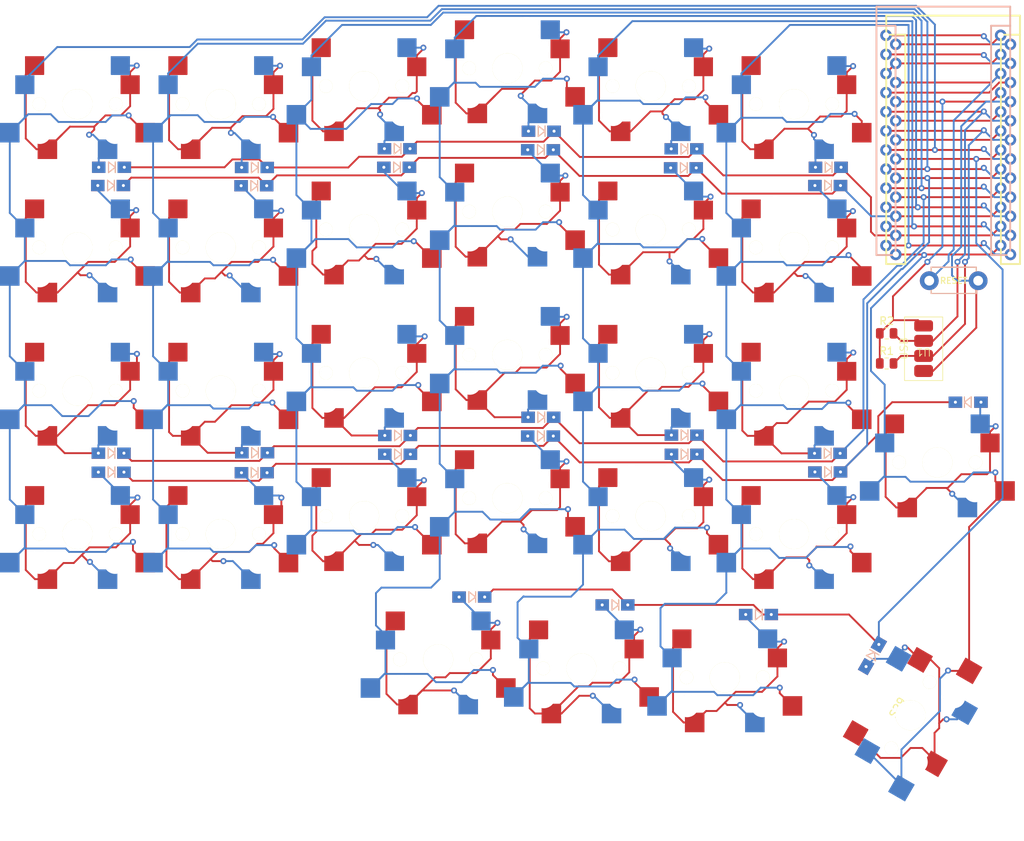
<source format=kicad_pcb>
(kicad_pcb (version 20221018) (generator pcbnew)
  (layers (0 "F.Cu" signal) (31 "B.Cu" signal) (34 "B.Paste" user) (35 "F.Paste" user) (36 "B.SilkS" user "B.Silkscreen") (37 "F.SilkS" user "F.Silkscreen") (38 "B.Mask" user) (39 "F.Mask" user) (44 "Edge.Cuts" user))
  (net 0 "")
  (net 1 "row0")
  (net 2 "Net-(D1-A)")
  (net 3 "Net-(D2-A)")
  (net 4 "Net-(D3-A)")
  (net 5 "Net-(D4-A)")
  (net 6 "Net-(D5-A)")
  (net 7 "Net-(D6-A)")
  (net 8 "row1")
  (net 9 "Net-(D7-A)")
  (net 10 "Net-(D8-A)")
  (net 11 "Net-(D9-A)")
  (net 12 "Net-(D10-A)")
  (net 13 "Net-(D11-A)")
  (net 14 "Net-(D12-A)")
  (net 15 "row2")
  (net 16 "Net-(D13-A)")
  (net 17 "Net-(D14-A)")
  (net 18 "Net-(D15-A)")
  (net 19 "Net-(D16-A)")
  (net 20 "Net-(D17-A)")
  (net 21 "Net-(D18-A)")
  (net 22 "row3")
  (net 23 "Net-(D19-A)")
  (net 24 "Net-(D20-A)")
  (net 25 "Net-(D21-A)")
  (net 26 "Net-(D22-A)")
  (net 27 "Net-(D23-A)")
  (net 28 "Net-(D24-A)")
  (net 29 "row4")
  (net 30 "Net-(D25-A)")
  (net 31 "Net-(D26-A)")
  (net 32 "Net-(D27-A)")
  (net 33 "unconnected-(D28-A-Pad2)")
  (net 34 "Net-(D29-A)")
  (net 35 "VCC")
  (net 36 "Net-(U1-D+)")
  (net 37 "Net-(U1-D-)")
  (net 38 "col0")
  (net 39 "col1")
  (net 40 "col2")
  (net 41 "col3")
  (net 42 "col4")
  (net 43 "col5")
  (net 44 "Net-(U3-RST)")
  (net 45 "GND")
  (net 46 "unconnected-(U3-TX0{slash}PD3-Pad1)")
  (net 47 "unconnected-(U3-RX1{slash}PD2-Pad2)")
  (net 48 "col6")
  (net 49 "unconnected-(U3-A2{slash}PF5-Pad19)")
  (net 50 "unconnected-(U3-A3{slash}PF4-Pad20)")
  (net 51 "unconnected-(U3-RAW-Pad24)")
  (footprint "yuchi_kbd_lib.pretty-master:CherryMX_Hotswap" (layer "F.Cu") (at 96.8375 129.06375)
    (fp_text reference "S25" hide)
    (fp_text value "Keyswitch" hide)
  )
  (footprint "yuchi_kbd_lib.pretty-master:RESET2" (layer "F.Cu") (at 165.37 78.72)
    (fp_text reference "SW2" hide)
    (fp_text value "SW_Push")
  )
  (footprint "yuchi_kbd_lib.pretty-master:CherryMX_Hotswap" (layer "F.Cu") (at 106.045 107.6325)
    (fp_text reference "S22" hide)
    (fp_text value "Keyswitch" hide)
  )
  (footprint "yuchi_kbd_lib.pretty-master:CherryMX_Hotswap" (layer "F.Cu") (at 106.045 69.5325)
    (fp_text reference "S10" hide)
    (fp_text value "Keyswitch" hide)
  )
  (footprint "yuchi_kbd_lib.pretty-master:CherryMX_Hotswap" (layer "F.Cu") (at 125.095 90.96375)
    (fp_text reference "S17" hide)
    (fp_text value "Keyswitch" hide)
  )
  (footprint "yuchi_kbd_lib.pretty-master:CherryMX_Hotswap" (layer "F.Cu") (at 86.995 71.91375)
    (fp_text reference "S9" hide)
    (fp_text value "Keyswitch" hide)
  )
  (footprint "yuchi_kbd_lib.pretty-master:CherryMX_Hotswap" (layer "F.Cu") (at 86.995 90.96375)
    (fp_text reference "S15" hide)
    (fp_text value "Keyswitch" hide)
  )
  (footprint "yuchi_kbd_lib.pretty-master:CherryMX_Hotswap" (layer "F.Cu") (at 67.945 74.295)
    (fp_text reference "S8" hide)
    (fp_text value "Keyswitch" hide)
  )
  (footprint "yuchi_kbd_lib.pretty-master:CherryMX_Hotswap" (layer "F.Cu") (at 125.095 71.91375)
    (fp_text reference "S11" hide)
    (fp_text value "Keyswitch" hide)
  )
  (footprint "yuchi_kbd_lib.pretty-master:CherryMX_Hotswap" (layer "F.Cu") (at 106.045 88.5825)
    (fp_text reference "S16" hide)
    (fp_text value "Keyswitch" hide)
  )
  (footprint "yuchi_kbd_lib.pretty-master:CherryMX_Hotswap" (layer "F.Cu") (at 48.895 93.345)
    (fp_text reference "S13" hide)
    (fp_text value "Keyswitch" hide)
  )
  (footprint "yuchi_kbd_lib.pretty-master:CherryMX_Hotswap" (layer "F.Cu") (at 48.895 112.395)
    (fp_text reference "S19" hide)
    (fp_text value "Keyswitch" hide)
  )
  (footprint "yuchi_kbd_lib.pretty-master:CherryMX_Hotswap" (layer "F.Cu") (at 144.145 112.395)
    (fp_text reference "S24" hide)
    (fp_text value "Keyswitch" hide)
  )
  (footprint "ghostexz_library:4pin_USB_on_PCB" (layer "F.Cu") (at 161.37 87.72 180)
    (fp_text reference "U1")
    (fp_text value "~")
  )
  (footprint "Resistor_SMD:R_0805_2012Metric" (layer "F.Cu") (at 156.4575 85.72)
    (fp_text reference "R2")
    (fp_text value "4.7K")
  )
  (footprint "yuchi_kbd_lib.pretty-master:CherryMX_Hotswap" (layer "F.Cu") (at 67.945 55.245)
    (fp_text reference "S2" hide)
    (fp_text value "Keyswitch" hide)
  )
  (footprint "yuchi_kbd_lib.pretty-master:CherryMX_Hotswap" (layer "F.Cu") (at 86.995 52.86375)
    (fp_text reference "S3" hide)
    (fp_text value "Keyswitch" hide)
  )
  (footprint "yuchi_kbd_lib.pretty-master:CherryMX_Hotswap" (layer "F.Cu") (at 144.145 93.345)
    (fp_text reference "S18" hide)
    (fp_text value "Keyswitch" hide)
  )
  (footprint "yuchi_kbd_lib.pretty-master:CherryMX_Hotswap" (layer "F.Cu") (at 67.945 93.345)
    (fp_text reference "S14" hide)
    (fp_text value "Keyswitch" hide)
  )
  (footprint "yuchi_kbd_lib.pretty-master:CherryMX_Hotswap" (layer "F.Cu") (at 48.895 55.245)
    (fp_text reference "S1" hide)
    (fp_text value "Keyswitch" hide)
  )
  (footprint "Resistor_SMD:R_0805_2012Metric" (layer "F.Cu") (at 156.4575 89.72)
    (fp_text reference "R1")
    (fp_text value "4.7K")
  )
  (footprint "yuchi_kbd_lib.pretty-master:CherryMX_Hotswap" (layer "F.Cu") (at 125.095 52.86375)
    (fp_text reference "S5" hide)
    (fp_text value "Keyswitch" hide)
  )
  (footprint "yuchi_kbd_lib.pretty-master:CherryMX_Hotswap" (layer "F.Cu") (at 144.145 74.295)
    (fp_text reference "S12" hide)
    (fp_text value "Keyswitch" hide)
  )
  (footprint "yuchi_kbd_lib.pretty-master:CherryMX_Hotswap" (layer "F.Cu") (at 134.9375 131.445)
    (fp_text reference "S27" hide)
    (fp_text value "Keyswitch" hide)
  )
  (footprint "yuchi_kbd_lib.pretty-master:CherryMX_Hotswap" (layer "F.Cu") (at 163.195 102.87)
    (fp_text reference "S28" hide)
    (fp_text value "Keyswitch" hide)
  )
  (footprint "yuchi_kbd_lib.pretty-master:CherryMX_Hotswap" (layer "F.Cu") (at 159.627941 136.480486 60)
    (fp_text reference "S29" hide)
    (fp_text value "Keyswitch" hide)
  )
  (footprint "yuchi_kbd_lib.pretty-master:CherryMX_Hotswap" (layer "F.Cu") (at 115.8875 130.254375)
    (fp_text reference "S26" hide)
    (fp_text value "Keyswitch" hide)
  )
  (footprint "yuchi_kbd_lib.pretty-master:CherryMX_Hotswap" (layer "F.Cu") (at 144.145 55.245)
    (fp_text reference "S6" hide)
    (fp_text value "Keyswitch" hide)
  )
  (footprint "yuchi_kbd_lib.pretty-master:CherryMX_Hotswap" (layer "F.Cu") (at 106.045 50.4825)
    (fp_text reference "S4" hide)
    (fp_text value "Keyswitch" hide)
  )
  (footprint "yuchi_kbd_lib.pretty-master:CherryMX_Hotswap" (layer "F.Cu") (at 125.095 110.01375)
    (fp_text reference "S23" hide)
    (fp_text value "Keyswitch" hide)
  )
  (footprint "yuchi_kbd_lib.pretty-master:ProMicro2" (layer "F.Cu") (at 165.19 60.87)
    (fp_text reference "U3" hide)
    (fp_text value "Arduino_Pro_Micro" hide)
  )
  (footprint "yuchi_kbd_lib.pretty-master:CherryMX_Hotswap" (layer "F.Cu") (at 48.895 74.295)
    (fp_text reference "S7" hide)
    (fp_text value "Keyswitch" hide)
  )
  (footprint "yuchi_kbd_lib.pretty-master:CherryMX_Hotswap" (layer "F.Cu") (at 86.995 110.01375)
    (fp_text reference "S21" hide)
    (fp_text value "Keyswitch" hide)
  )
  (footprint "ScottoKeebs_Stabilizer:Stabilizer_MX_2.00u" (layer "F.Cu") (at 159.627941 136.480486 60)
    (fp_text reference "S29")
    (fp_text value "Keyswitch")
  )
  (footprint "yuchi_kbd_lib.pretty-master:CherryMX_Hotswap" (layer "F.Cu") (at 67.945 112.395)
    (fp_text reference "S20" hide)
    (fp_text value "Keyswitch" hide)
  )
  (footprint "yuchi_kbd_lib.pretty-master:Diode_SOD123" (layer "B.Cu") (at 129.545 99.245 180)
    (fp_text reference "D17" hide)
    (fp_text value "Diode" hide)
  )
  (footprint "yuchi_kbd_lib.pretty-master:Diode_SOD123" (layer "B.Cu") (at 148.62 104.145 180)
    (fp_text reference "D28" hide)
    (fp_text value "Diode" hide)
  )
  (footprint "yuchi_kbd_lib.pretty-master:Diode_SOD123" (layer "B.Cu") (at 91.32 63.645 180)
    (fp_text reference "D9" hide)
    (fp_text value "Diode" hide)
  )
  (footprint "yuchi_kbd_lib.pretty-master:Diode_SOD123" (layer "B.Cu") (at 154.57 128.545 -120)
    (fp_text reference "D29" hide)
    (fp_text value "Diode" hide)
  )
  (footprint "yuchi_kbd_lib.pretty-master:Diode_SOD123" (layer "B.Cu") (at 72.345 66.095 180)
    (fp_text reference "D8" hide)
    (fp_text value "Diode" hide)
  )
  (footprint "yuchi_kbd_lib.pretty-master:Diode_SOD123" (layer "B.Cu") (at 129.545 101.795 180)
    (fp_text reference "D23" hide)
    (fp_text value "Diode" hide)
  )
  (footprint "yuchi_kbd_lib.pretty-master:Diode_SOD123" (layer "B.Cu") (at 91.445 101.795 180)
    (fp_text reference "D21" hide)
    (fp_text value "Diode" hide)
  )
  (footprint "yuchi_kbd_lib.pretty-master:Diode_SOD123" (layer "B.Cu") (at 148.62 66.07 180)
    (fp_text reference "D12" hide)
    (fp_text value "Diode" hide)
  )
  (footprint "yuchi_kbd_lib.pretty-master:Diode_SOD123" (layer "B.Cu") (at 101.32 120.77 180)
    (fp_text reference "D25" hide)
    (fp_text value "Diode" hide)
  )
  (footprint "yuchi_kbd_lib.pretty-master:Diode_SOD123" (layer "B.Cu") (at 72.445 101.595 180)
    (fp_text reference "D14" hide)
    (fp_text value "Diode" hide)
  )
  (footprint "yuchi_kbd_lib.pretty-master:Diode_SOD123" (layer "B.Cu") (at 167.295 94.87)
    (fp_text reference "D24" hide)
    (fp_text value "Diode" hide)
  )
  (footprint "yuchi_kbd_lib.pretty-master:Diode_SOD123" (layer "B.Cu") (at 53.295 66.07 180)
    (fp_text reference "D7" hide)
    (fp_text value "Diode" hide)
  )
  (footprint "yuchi_kbd_lib.pretty-master:Diode_SOD123" (layer "B.Cu") (at 72.42 63.67 180)
    (fp_text reference "D2" hide)
    (fp_text value "Diode" hide)
  )
  (footprint "yuchi_kbd_lib.pretty-master:Diode_SOD123" (layer "B.Cu") (at 110.445 61.32 180)
    (fp_text reference "D10" hide)
    (fp_text value "Diode" hide)
  )
  (footprint "yuchi_kbd_lib.pretty-master:Diode_SOD123" (layer "B.Cu") (at 110.495 96.87 180)
    (fp_text reference "D16" hide)
    (fp_text value "Diode" hide)
  )
  (footprint "yuchi_kbd_lib.pretty-master:Diode_SOD123" (layer "B.Cu") (at 91.395 61.17 180)
    (fp_text reference "D3" hide)
    (fp_text value "Diode" hide)
  )
  (footprint "yuchi_kbd_lib.pretty-master:Diode_SOD123" (layer "B.Cu") (at 129.52 61.195 180)
    (fp_text reference "D5" hide)
    (fp_text value "Diode" hide)
  )
  (footprint "yuchi_kbd_lib.pretty-master:Diode_SOD123" (layer "B.Cu") (at 53.37 104.17 180)
    (fp_text reference "D19" hide)
    (fp_text value "Diode" hide)
  )
  (footprint "yuchi_kbd_lib.pretty-master:Diode_SOD123" (layer "B.Cu") (at 72.395 104.245 180)
    (fp_text reference "D20" hide)
    (fp_text value "Diode" hide)
  )
  (footprint "yuchi_kbd_lib.pretty-master:Diode_SOD123" (layer "B.Cu") (at 91.445 99.295 180)
    (fp_text reference "D15" hide)
    (fp_text value "Diode" hide)
  )
  (footprint "yuchi_kbd_lib.pretty-master:Diode_SOD123" (layer "B.Cu") (at 120.345 121.82 180)
    (fp_text reference "D26" hide)
    (fp_text value "Diode" hide)
  )
  (footprint "yuchi_kbd_lib.pretty-master:Diode_SOD123" (layer "B.Cu") (at 110.545 58.845 180)
    (fp_text reference "D4" hide)
    (fp_text value "Diode" hide)
  )
  (footprint "yuchi_kbd_lib.pretty-master:Diode_SOD123" (layer "B.Cu") (at 139.42 123.095 180)
    (fp_text reference "D27" hide)
    (fp_text value "Diode" hide)
  )
  (footprint "yuchi_kbd_lib.pretty-master:Diode_SOD123" (layer "B.Cu") (at 53.42 63.645 180)
    (fp_text reference "D1" hide)
    (fp_text value "Diode" hide)
  )
  (footprint "yuchi_kbd_lib.pretty-master:Diode_SOD123" (layer "B.Cu") (at 110.445 99.37 180)
    (fp_text reference "D22" hide)
    (fp_text value "Diode" hide)
  )
  (footprint "yuchi_kbd_lib.pretty-master:Diode_SOD123" (layer "B.Cu") (at 148.695 63.645 180)
    (fp_text reference "D6" hide)
    (fp_text value "Diode" hide)
  )
  (footprint "yuchi_kbd_lib.pretty-master:Diode_SOD123" (layer "B.Cu") (at 148.57 101.67 180)
    (fp_text reference "D18" hide)
    (fp_text value "Diode" hide)
  )
  (footprint "yuchi_kbd_lib.pretty-master:Diode_SOD123" (layer "B.Cu") (at 53.37 101.645 180)
    (fp_text reference "D13" hide)
    (fp_text value "Diode" hide)
  )
  (footprint "yuchi_kbd_lib.pretty-master:Diode_SOD123" (layer "B.Cu") (at 129.445 63.72 180)
    (fp_text reference "D11" hide)
    (fp_text value "Diode" hide)
  )
  (segment (start 131.22 61.195) (end 134.745 64.72) (width 0.25) (layer "F.Cu") (net 1))
  (segment (start 154.37 67.62) (end 154.37 72.22) (width 0.25) (layer "F.Cu") (net 1))
  (segment (start 157.668815 72.695745) (end 170.414255 72.695745) (width 0.25) (layer "F.Cu") (net 1))
  (segment (start 68.445 63.645) (end 69.495 62.595) (width 0.25) (layer "F.Cu") (net 1))
  (segment (start 130.145 62.27) (end 131.22 61.195) (width 0.25) (layer "F.Cu") (net 1))
  (segment (start 69.495 62.595) (end 73.045 62.595) (width 0.25) (layer "F.Cu") (net 1))
  (segment (start 94.02 60.245) (end 110.845 60.245) (width 0.25) (layer "F.Cu") (net 1))
  (segment (start 84.895 63.67) (end 86.32 62.245) (width 0.25) (layer "F.Cu") (net 1))
  (segment (start 150.395 63.645) (end 154.37 67.62) (width 0.25) (layer "F.Cu") (net 1))
  (segment (start 134.745 64.72) (end 149.32 64.72) (width 0.25) (layer "F.Cu") (net 1))
  (segment (start 93.095 61.17) (end 94.02 60.245) (width 0.25) (layer "F.Cu") (net 1))
  (segment (start 86.32 62.245) (end 92.02 62.245) (width 0.25) (layer "F.Cu") (net 1))
  (segment (start 154.87 72.72) (end 154.894255 72.695745) (width 0.25) (layer "F.Cu") (net 1))
  (segment (start 73.045 62.595) (end 74.12 63.67) (width 0.25) (layer "F.Cu") (net 1))
  (segment (start 154.37 72.22) (end 154.87 72.72) (width 0.25) (layer "F.Cu") (net 1))
  (segment (start 74.12 63.67) (end 84.895 63.67) (width 0.25) (layer "F.Cu") (net 1))
  (segment (start 92.02 62.245) (end 93.095 61.17) (width 0.25) (layer "F.Cu") (net 1))
  (segment (start 55.12 63.645) (end 68.445 63.645) (width 0.25) (layer "F.Cu") (net 1))
  (segment (start 154.894255 72.695745) (end 157.668815 72.695745) (width 0.25) (layer "F.Cu") (net 1))
  (segment (start 110.845 60.245) (end 112.245 58.845) (width 0.25) (layer "F.Cu") (net 1))
  (segment (start 149.32 64.72) (end 150.395 63.645) (width 0.25) (layer "F.Cu") (net 1))
  (segment (start 170.414255 72.695745) (end 171.61 71.5) (width 0.25) (layer "F.Cu") (net 1))
  (segment (start 115.67 62.27) (end 130.145 62.27) (width 0.25) (layer "F.Cu") (net 1))
  (segment (start 112.245 58.845) (end 115.67 62.27) (width 0.25) (layer "F.Cu") (net 1))
  (segment (start 52.62 56.745) (end 51.12 58.245) (width 0.25) (layer "F.Cu") (net 2))
  (segment (start 42.02 51.3) (end 42.02 59.82165) (width 0.25) (layer "F.Cu") (net 2))
  (segment (start 55.895 52.665) (end 55.895 55.52) (width 0.25) (layer "F.Cu") (net 2))
  (segment (start 43.195 50.125) (end 42.02 51.3) (width 0.25) (layer "F.Cu") (net 2))
  (segment (start 47.895 58.245) (end 44.895 61.245) (width 0.25) (layer "F.Cu") (net 2))
  (segment (start 43.44335 61.245) (end 44.895 61.245) (width 0.25) (layer "F.Cu") (net 2))
  (segment (start 51.12 58.245) (end 47.895 58.245) (width 0.25) (layer "F.Cu") (net 2))
  (segment (start 50.445 59.32) (end 51.12 58.645) (width 0.25) (layer "F.Cu") (net 2))
  (segment (start 54.67 56.745) (end 52.62 56.745) (width 0.25) (layer "F.Cu") (net 2))
  (segment (start 51.12 58.645) (end 51.12 58.245) (width 0.25) (layer "F.Cu") (net 2))
  (segment (start 55.895 50.995) (end 55.895 52.665) (width 0.25) (layer "F.Cu") (net 2))
  (segment (start 56.77 50.12) (end 55.895 50.995) (width 0.25) (layer "F.Cu") (net 2))
  (segment (start 55.895 55.52) (end 54.67 56.745) (width 0.25) (layer "F.Cu") (net 2))
  (segment (start 42.02 59.82165) (end 43.44335 61.245) (width 0.25) (layer "F.Cu") (net 2))
  (segment (start 44.895 61.245) (end 46.82 59.32) (width 0.25) (layer "F.Cu") (net 2))
  (via (at 50.445 59.32) (size 0.8) (drill 0.4) (layers "F.Cu" "B.Cu") (net 2))
  (via (at 56.77 50.12) (size 0.8) (drill 0.4) (layers "F.Cu" "B.Cu") (net 2))
  (segment (start 51.72 62.42) (end 51.72 63.645) (width 0.25) (layer "B.Cu") (net 2))
  (segment (start 50.97 59.32) (end 52.895 61.245) (width 0.25) (layer "B.Cu") (net 2))
  (segment (start 52.895 61.245) (end 51.72 62.42) (width 0.25) (layer "B.Cu") (net 2))
  (segment (start 54.595 50.125) (end 56.765 50.125) (width 0.25) (layer "B.Cu") (net 2))
  (segment (start 56.765 50.125) (end 56.77 50.12) (width 0.25) (layer "B.Cu") (net 2))
  (segment (start 50.445 59.32) (end 50.97 59.32) (width 0.25) (layer "B.Cu") (net 2))
  (segment (start 69.27 58.395) (end 66.795 58.395) (width 0.25) (layer "F.Cu") (net 3))
  (segment (start 74.945 52.665) (end 74.945 51.02) (width 0.25) (layer "F.Cu") (net 3))
  (segment (start 73.97 56.845) (end 70.82 56.845) (width 0.25) (layer "F.Cu") (net 3))
  (segment (start 66.795 58.395) (end 63.945 61.245) (width 0.25) (layer "F.Cu") (net 3))
  (segment (start 62.27 61.245) (end 63.945 61.245) (width 0.25) (layer "F.Cu") (net 3))
  (segment (start 63.945 61.245) (end 66.12 59.07) (width 0.25) (layer "F.Cu") (net 3))
  (segment (start 61.07 60.045) (end 62.27 61.245) (width 0.25) (layer "F.Cu") (net 3))
  (segment (start 69.295 59.07) (end 69.27 59.045) (width 0.25) (layer "F.Cu") (net 3))
  (segment (start 74.945 51.02) (end 75.82 50.145) (width 0.25) (layer "F.Cu") (net 3))
  (segment (start 74.945 55.87) (end 73.97 56.845) (width 0.25) (layer "F.Cu") (net 3))
  (segment (start 69.27 59.045) (end 69.27 58.395) (width 0.25) (layer "F.Cu") (net 3))
  (segment (start 61.07 51.3) (end 61.07 60.045) (width 0.25) (layer "F.Cu") (net 3))
  (segment (start 74.945 52.665) (end 74.945 55.87) (width 0.25) (layer "F.Cu") (net 3))
  (segment (start 70.82 56.845) (end 69.27 58.395) (width 0.25) (layer "F.Cu") (net 3))
  (segment (start 62.245 50.125) (end 61.07 51.3) (width 0.25) (layer "F.Cu") (net 3))
  (via (at 69.295 59.07) (size 0.8) (drill 0.4) (layers "F.Cu" "B.Cu") (net 3))
  (via (at 75.82 50.145) (size 0.8) (drill 0.4) (layers "F.Cu" "B.Cu") (net 3))
  (segment (start 70.72 62.47) (end 70.72 63.67) (width 0.25) (layer "B.Cu") (net 3))
  (segment (start 69.77 59.07) (end 71.945 61.245) (width 0.25) (layer "B.Cu") (net 3))
  (segment (start 75.82 50.145) (end 73.665 50.145) (width 0.25) (layer "B.Cu") (net 3))
  (segment (start 71.945 61.245) (end 70.72 62.47) (width 0.25) (layer "B.Cu") (net 3))
  (segment (start 73.665 50.145) (end 73.645 50.125) (width 0.25) (layer "B.Cu") (net 3))
  (segment (start 69.295 59.07) (end 69.77 59.07) (width 0.25) (layer "B.Cu") (net 3))
  (segment (start 90.295 54.395) (end 88.895 55.795) (width 0.25) (layer "F.Cu") (net 4))
  (segment (start 93.995 50.28375) (end 93.995 48.78375) (width 0.25) (layer "F.Cu") (net 4))
  (segment (start 86.06375 55.795) (end 82.995 58.86375) (width 0.25) (layer "F.Cu") (net 4))
  (segment (start 93.995 53.57) (end 93.795 53.77) (width 0.25) (layer "F.Cu") (net 4))
  (segment (start 94.87 47.90875) (end 94.87 47.745) (width 0.25) (layer "F.Cu") (net 4))
  (segment (start 81.295 47.74375) (end 80.12 48.91875) (width 0.25) (layer "F.Cu") (net 4))
  (segment (start 81.54335 58.86375) (end 82.995 58.86375) (width 0.25) (layer "F.Cu") (net 4))
  (segment (start 89.12 56.62) (end 89.12 56.02) (width 0.25) (layer "F.Cu") (net 4))
  (segment (start 88.895 55.795) (end 86.06375 55.795) (width 0.25) (layer "F.Cu") (net 4))
  (segment (start 92.795 54.395) (end 90.295 54.395) (width 0.25) (layer "F.Cu") (net 4))
  (segment (start 93.42 53.77) (end 92.795 54.395) (width 0.25) (layer "F.Cu") (net 4))
  (segment (start 80.12 48.91875) (end 80.12 57.4404) (width 0.25) (layer "F.Cu") (net 4))
  (segment (start 93.995 48.78375) (end 94.87 47.90875) (width 0.25) (layer "F.Cu") (net 4))
  (segment (start 80.12 57.4404) (end 81.54335 58.86375) (width 0.25) (layer "F.Cu") (net 4))
  (segment (start 93.795 53.77) (end 93.42 53.77) (width 0.25) (layer "F.Cu") (net 4))
  (segment (start 93.995 50.28375) (end 93.995 53.57) (width 0.25) (layer "F.Cu") (net 4))
  (segment (start 89.12 56.02) (end 88.895 55.795) (width 0.25) (layer "F.Cu") (net 4))
  (segment (start 82.995 58.86375) (end 85.23875 56.62) (width 0.25) (layer "F.Cu") (net 4))
  (via (at 89.12 56.62) (size 0.8) (drill 0.4) (layers "F.Cu" "B.Cu") (net 4))
  (via (at 94.87 47.745) (size 0.8) (drill 0.4) (layers "F.Cu" "B.Cu") (net 4))
  (segment (start 89.12 56.98875) (end 90.995 58.86375) (width 0.25) (layer "B.Cu") (net 4))
  (segment (start 90.995 58.86375) (end 89.695 60.16375) (width 0.25) (layer "B.Cu") (net 4))
  (segment (start 89.12 56.62) (end 89.12 56.98875) (width 0.25) (layer "B.Cu") (net 4))
  (segment (start 89.695 60.16375) (end 89.695 61.17) (width 0.25) (layer "B.Cu") (net 4))
  (segment (start 92.69625 47.745) (end 92.695 47.74375) (width 0.25) (layer "B.Cu") (net 4))
  (segment (start 94.87 47.745) (end 92.69625 47.745) (width 0.25) (layer "B.Cu") (net 4))
  (segment (start 108.595 53.22) (end 109.695 52.12) (width 0.25) (layer "F.Cu") (net 5))
  (segment (start 113.045 46.545) (end 113.895 45.695) (width 0.25) (layer "F.Cu") (net 5))
  (segment (start 113.045 47.9025) (end 113.045 46.545) (width 0.25) (layer "F.Cu") (net 5))
  (segment (start 111.87 52.12) (end 113.045 50.945) (width 0.25) (layer "F.Cu") (net 5))
  (segment (start 109.695 52.12) (end 111.87 52.12) (width 0.25) (layer "F.Cu") (net 5))
  (segment (start 105.3075 53.22) (end 108.595 53.22) (width 0.25) (layer "F.Cu") (net 5))
  (segment (start 99.17 55.05915) (end 100.59335 56.4825) (width 0.25) (layer "F.Cu") (net 5))
  (segment (start 102.045 56.4825) (end 104.3825 54.145) (width 0.25) (layer "F.Cu") (net 5))
  (segment (start 99.17 46.5375) (end 99.17 55.05915) (width 0.25) (layer "F.Cu") (net 5))
  (segment (start 108.595 53.22) (end 107.82 53.995) (width 0.25) (layer "F.Cu") (net 5))
  (segment (start 107.82 53.995) (end 107.82 54.145) (width 0.25) (layer "F.Cu") (net 5))
  (segment (start 100.59335 56.4825) (end 102.045 56.4825) (width 0.25) (layer "F.Cu") (net 5))
  (segment (start 113.045 50.945) (end 113.045 47.9025) (width 0.25) (layer "F.Cu") (net 5))
  (segment (start 102.045 56.4825) (end 105.3075 53.22) (width 0.25) (layer "F.Cu") (net 5))
  (segment (start 100.345 45.3625) (end 99.17 46.5375) (width 0.25) (layer "F.Cu") (net 5))
  (via (at 113.895 45.695) (size 0.8) (drill 0.4) (layers "F.Cu" "B.Cu") (net 5))
  (via (at 107.82 54.145) (size 0.8) (drill 0.4) (layers "F.Cu" "B.Cu") (net 5))
  (segment (start 112.0775 45.695) (end 111.745 45.3625) (width 0.25) (layer "B.Cu") (net 5))
  (segment (start 108.845 57.6825) (end 108.845 58.845) (width 0.25) (layer "B.Cu") (net 5))
  (segment (start 110.045 56.4825) (end 108.845 57.6825) (width 0.25) (layer "B.Cu") (net 5))
  (segment (start 107.82 54.2575) (end 110.045 56.4825) (width 0.25) (layer "B.Cu") (net 5))
  (segment (start 107.82 54.145) (end 107.82 54.2575) (width 0.25) (layer "B.Cu") (net 5))
  (segment (start 113.895 45.695) (end 112.0775 45.695) (width 0.25) (layer "B.Cu") (net 5))
  (segment (start 119.395 47.74375) (end 118.22 48.91875) (width 0.25) (layer "F.Cu") (net 6))
  (segment (start 118.22 57.4404) (end 119.64335 58.86375) (width 0.25) (layer "F.Cu") (net 6))
  (segment (start 126.645 56.22) (end 125.07 56.22) (width 0.25) (layer "F.Cu") (net 6))
  (segment (start 126.645 56.495) (end 126.645 56.22) (width 0.25) (layer "F.Cu") (net 6))
  (segment (start 132.095 50.28375) (end 132.095 48.645) (width 0.25) (layer "F.Cu") (net 6))
  (segment (start 118.22 48.91875) (end 118.22 57.4404) (width 0.25) (layer "F.Cu") (net 6))
  (segment (start 132.095 53.42) (end 130.92 54.595) (width 0.25) (layer "F.Cu") (net 6))
  (segment (start 127.12 56.97) (end 126.645 56.495) (width 0.25) (layer "F.Cu") (net 6))
  (segment (start 125.07 56.22) (end 122.42625 58.86375) (width 0.25) (layer "F.Cu") (net 6))
  (segment (start 128.27 54.595) (end 126.645 56.22) (width 0.25) (layer "F.Cu") (net 6))
  (segment (start 119.64335 58.86375) (end 121.095 58.86375) (width 0.25) (layer "F.Cu") (net 6))
  (segment (start 132.095 50.28375) (end 132.095 53.42) (width 0.25) (layer "F.Cu") (net 6))
  (segment (start 132.095 48.645) (end 132.87 47.87) (width 0.25) (layer "F.Cu") (net 6))
  (segment (start 122.42625 58.86375) (end 121.095 58.86375) (width 0.25) (layer "F.Cu") (net 6))
  (segment (start 130.92 54.595) (end 128.27 54.595) (width 0.25) (layer "F.Cu") (net 6))
  (via (at 132.87 47.87) (size 0.8) (drill 0.4) (layers "F.Cu" "B.Cu") (net 6))
  (via (at 127.12 56.97) (size 0.8) (drill 0.4) (layers "F.Cu" "B.Cu") (net 6))
  (segment (start 127.20125 56.97) (end 129.095 58.86375) (width 0.25) (layer "B.Cu") (net 6))
  (segment (start 127.82 60.13875) (end 127.82 61.195) (width 0.25) (layer "B.Cu") (net 6))
  (segment (start 130.92125 47.87) (end 130.795 47.74375) (width 0.25) (layer "B.Cu") (net 6))
  (segment (start 127.12 56.97) (end 127.20125 56.97) (width 0.25) (layer "B.Cu") (net 6))
  (segment (start 132.87 47.87) (end 130.92125 47.87) (width 0.25) (layer "B.Cu") (net 6))
  (segment (start 129.095 58.86375) (end 127.82 60.13875) (width 0.25) (layer "B.Cu") (net 6))
  (segment (start 151.145 56.17) (end 151.145 52.665) (width 0.25) (layer "F.Cu") (net 7))
  (segment (start 147.62 56.895) (end 150.42 56.895) (width 0.25) (layer "F.Cu") (net 7))
  (segment (start 150.42 56.895) (end 151.145 56.17) (width 0.25) (layer "F.Cu") (net 7))
  (segment (start 138.445 50.125) (end 137.27 51.3) (width 0.25) (layer "F.Cu") (net 7))
  (segment (start 137.27 51.3) (end 137.27 60.195) (width 0.25) (layer "F.Cu") (net 7))
  (segment (start 138.32 61.245) (end 140.145 61.245) (width 0.25) (layer "F.Cu") (net 7))
  (segment (start 151.145 51.045) (end 151.995 50.195) (width 0.25) (layer "F.Cu") (net 7))
  (segment (start 146.795 59.32) (end 146.795 59.345) (width 0.25) (layer "F.Cu") (net 7))
  (segment (start 140.145 61.245) (end 142.87 58.52) (width 0.25) (layer "F.Cu") (net 7))
  (segment (start 145.995 58.52) (end 147.62 56.895) (width 0.25) (layer "F.Cu") (net 7))
  (segment (start 151.145 52.665) (end 151.145 51.045) (width 0.25) (layer "F.Cu") (net 7))
  (segment (start 145.995 58.52) (end 146.795 59.32) (width 0.25) (layer "F.Cu") (net 7))
  (segment (start 137.27 60.195) (end 138.32 61.245) (width 0.25) (layer "F.Cu") (net 7))
  (segment (start 142.87 58.52) (end 145.995 58.52) (width 0.25) (layer "F.Cu") (net 7))
  (via (at 146.795 59.345) (size 0.8) (drill 0.4) (layers "F.Cu" "B.Cu") (net 7))
  (via (at 151.995 50.195) (size 0.8) (drill 0.4) (layers "F.Cu" "B.Cu") (net 7))
  (segment (start 151.995 50.195) (end 149.915 50.195) (width 0.25) (layer "B.Cu") (net 7))
  (segment (start 146.795 59.895) (end 148.145 61.245) (width 0.25) (layer "B.Cu") (net 7))
  (segment (start 149.915 50.195) (end 149.845 50.125) (width 0.25) (layer "B.Cu") (net 7))
  (segment (start 148.145 61.245) (end 146.995 62.395) (width 0.25) (layer "B.Cu") (net 7))
  (segment (start 146.995 62.395) (end 146.995 63.645) (width 0.25) (layer "B.Cu") (net 7))
  (segment (start 146.795 59.345) (end 146.795 59.895) (width 0.25) (layer "B.Cu") (net 7))
  (segment (start 93.02 63.645) (end 94.27 62.395) (width 0.25) (layer "F.Cu") (net 8))
  (segment (start 72.97 65.02) (end 74.045 66.095) (width 0.25) (layer "F.Cu") (net 8))
  (segment (start 56.045 65.02) (end 72.97 65.02) (width 0.25) (layer "F.Cu") (net 8))
  (segment (start 54.995 66.07) (end 56.045 65.02) (width 0.25) (layer "F.Cu") (net 8))
  (segment (start 75.42 64.72) (end 91.945 64.72) (width 0.25) (layer "F.Cu") (net 8))
  (segment (start 130.07 64.795) (end 131.145 63.72) (width 0.25) (layer "F.Cu") (net 8))
  (segment (start 115.62 64.795) (end 130.07 64.795) (width 0.25) (layer "F.Cu") (net 8))
  (segment (start 134.57 67.145) (end 149.245 67.145) (width 0.25) (layer "F.Cu") (net 8))
  (segment (start 91.945 64.72) (end 93.02 63.645) (width 0.25) (layer "F.Cu") (net 8))
  (segment (start 170.414255 70.155745) (end 171.61 68.96) (width 0.25) (layer "F.Cu") (net 8))
  (segment (start 74.045 66.095) (end 75.42 64.72) (width 0.25) (layer "F.Cu") (net 8))
  (segment (start 112.145 61.32) (end 115.62 64.795) (width 0.25) (layer "F.Cu") (net 8))
  (segment (start 94.27 62.395) (end 111.07 62.395) (width 0.25) (layer "F.Cu") (net 8))
  (segment (start 111.07 62.395) (end 112.145 61.32) (width 0.25) (layer "F.Cu") (net 8))
  (segment (start 131.145 63.72) (end 134.57 67.145) (width 0.25) (layer "F.Cu") (net 8))
  (segment (start 157.668815 70.155745) (end 170.414255 70.155745) (width 0.25) (layer "F.Cu") (net 8))
  (segment (start 149.245 67.145) (end 150.32 66.07) (width 0.25) (layer "F.Cu") (net 8))
  (segment (start 154.405745 70.155745) (end 157.668815 70.155745) (width 0.25) (layer "B.Cu") (net 8))
  (segment (start 150.32 66.07) (end 154.405745 70.155745) (width 0.25) (layer "B.Cu") (net 8))
  (segment (start 55.895 70.145) (end 56.695 69.345) (width 0.25) (layer "F.Cu") (net 9))
  (segment (start 55.895 74.178122) (end 53.853122 76.22) (width 0.25) (layer "F.Cu") (net 9))
  (segment (start 49.295 77.995) (end 48.919175 77.619175) (width 0.25) (layer "F.Cu") (net 9))
  (segment (start 50.31835 76.22) (end 48.919175 77.619175) (width 0.25) (layer "F.Cu") (net 9))
  (segment (start 48.919175 77.619175) (end 46.24335 80.295) (width 0.25) (layer "F.Cu") (net 9))
  (segment (start 55.895 71.715) (end 55.895 70.145) (width 0.25) (layer "F.Cu") (net 9))
  (segment (start 43.44335 80.295) (end 44.895 80.295) (width 0.25) (layer "F.Cu") (net 9))
  (segment (start 42.02 78.87165) (end 43.44335 80.295) (width 0.25) (layer "F.Cu") (net 9))
  (segment (start 50.495 77.995) (end 49.295 77.995) (width 0.25) (layer "F.Cu") (net 9))
  (segment (start 43.195 69.175) (end 42.02 70.35) (width 0.25) (layer "F.Cu") (net 9))
  (segment (start 46.24335 80.295) (end 44.895 80.295) (width 0.25) (layer "F.Cu") (net 9))
  (segment (start 55.895 71.715) (end 55.895 74.178122) (width 0.25) (layer "F.Cu") (net 9))
  (segment (start 42.02 70.35) (end 42.02 78.87165) (width 0.25) (layer "F.Cu") (net 9))
  (segment (start 53.853122 76.22) (end 50.31835 76.22) (width 0.25) (layer "F.Cu") (net 9))
  (via (at 56.695 69.345) (size 0.8) (drill 0.4) (layers "F.Cu" "B.Cu") (net 9))
  (via (at 50.495 77.995) (size 0.8) (drill 0.4) (layers "F.Cu" "B.Cu") (net 9))
  (segment (start 52.895 80.295) (end 50.595 77.995) (width 0.25) (layer "B.Cu") (net 9))
  (segment (start 54.595 69.175) (end 54.04665 69.175) (width 0.25) (layer "B.Cu") (net 9))
  (segment (start 50.595 77.995) (end 50.495 77.995) (width 0.25) (layer "B.Cu") (net 9))
  (segment (start 56.695 69.345) (end 54.765 69.345) (width 0.25) (layer "B.Cu") (net 9))
  (segment (start 54.04665 69.175) (end 51.595 66.72335) (width 0.25) (layer "B.Cu") (net 9))
  (segment (start 54.765 69.345) (end 54.595 69.175) (width 0.25) (layer "B.Cu") (net 9))
  (segment (start 51.595 66.72335) (end 51.595 66.07) (width 0.25) (layer "B.Cu") (net 9))
  (segment (start 74.945 71.715) (end 74.945 74.178122) (width 0.25) (layer "F.Cu") (net 10))
  (segment (start 68.495 78.02) (end 68.0325 77.5575) (width 0.25) (layer "F.Cu") (net 10))
  (segment (start 69.37 76.22) (end 68.0325 77.5575) (width 0.25) (layer "F.Cu") (net 10))
  (segment (start 69.12 78.02) (end 68.495 78.02) (width 0.25) (layer "F.Cu") (net 10))
  (segment (start 65.82 78.42) (end 63.945 80.295) (width 0.25) (layer "F.Cu") (net 10))
  (segment (start 74.945 71.715) (end 74.945 70.445) (width 0.25) (layer "F.Cu") (net 10))
  (segment (start 62.49335 80.295) (end 63.945 80.295) (width 0.25) (layer "F.Cu") (net 10))
  (segment (start 62.245 69.175) (end 61.07 70.35) (width 0.25) (layer "F.Cu") (net 10))
  (segment (start 74.945 74.178122) (end 72.903122 76.22) (width 0.25) (layer "F.Cu") (net 10))
  (segment (start 67.17 78.42) (end 65.82 78.42) (width 0.25) (layer "F.Cu") (net 10))
  (segment (start 61.07 78.87165) (end 62.49335 80.295) (width 0.25) (layer "F.Cu") (net 10))
  (segment (start 74.945 70.445) (end 75.97 69.42) (width 0.25) (layer "F.Cu") (net 10))
  (segment (start 68.0325 77.5575) (end 67.17 78.42) (width 0.25) (layer "F.Cu") (net 10))
  (segment (start 61.07 70.35) (end 61.07 78.87165) (width 0.25) (layer "F.Cu") (net 10))
  (segment (start 72.903122 76.22) (end 69.37 76.22) (width 0.25) (layer "F.Cu") (net 10))
  (via (at 69.12 78.02) (size 0.8) (drill 0.4) (layers "F.Cu" "B.Cu") (net 10))
  (via (at 75.97 69.42) (size 0.8) (drill 0.4) (layers "F.Cu" "B.Cu") (net 10))
  (segment (start 73.645 69.095) (end 70.645 66.095) (width 0.25) (layer "B.Cu") (net 10))
  (segment (start 71.395 80.295) (end 69.12 78.02) (width 0.25) (layer "B.Cu") (net 10))
  (segment (start 75.97 69.42) (end 73.89 69.42) (width 0.25) (layer "B.Cu") (net 10))
  (segment (start 71.945 80.295) (end 71.395 80.295) (width 0.25) (layer "B.Cu") (net 10))
  (segment (start 73.89 69.42) (end 73.645 69.175) (width 0.25) (layer "B.Cu") (net 10))
  (segment (start 73.645 69.175) (end 73.645 69.095) (width 0.25) (layer "B.Cu") (net 10))
  (segment (start 80.64 74.2571) (end 80.12 74.7771) (width 0.25) (layer "F.Cu") (net 11))
  (segment (start 87.495 75.82) (end 87.0075 75.3325) (width 0.25) (layer "F.Cu") (net 11))
  (segment (start 81.295 66.79375) (end 80.64 67.44875) (width 0.25) (layer "F.Cu") (net 11))
  (segment (start 88.52 73.82) (end 87.0075 75.3325) (width 0.25) (layer "F.Cu") (net 11))
  (segment (start 81.54335 77.91375) (end 82.995 77.91375) (width 0.25) (layer "F.Cu") (net 11))
  (segment (start 86.30125 76.03875) (end 84.87 76.03875) (width 0.25) (layer "F.Cu") (net 11))
  (segment (start 84.87 76.03875) (end 82.995 77.91375) (width 0.25) (layer "F.Cu") (net 11))
  (segment (start 93.995 69.33375) (end 93.995 71.796872) (width 0.25) (layer "F.Cu") (net 11))
  (segment (start 91.971872 73.82) (end 88.52 73.82) (width 0.25) (layer "F.Cu") (net 11))
  (segment (start 80.12 74.7771) (end 80.12 76.4904) (width 0.25) (layer "F.Cu") (net 11))
  (segment (start 80.64 67.44875) (end 80.64 74.2571) (width 0.25) (layer "F.Cu") (net 11))
  (segment (start 87.0075 75.3325) (end 86.30125 76.03875) (width 0.25) (layer "F.Cu") (net 11))
  (segment (start 80.12 76.4904) (end 81.54335 77.91375) (width 0.25) (layer "F.Cu") (net 11))
  (segment (start 93.995 67.745) (end 94.67 67.07) (width 0.25) (layer "F.Cu") (net 11))
  (segment (start 88.62 75.82) (end 87.495 75.82) (width 0.25) (layer "F.Cu") (net 11))
  (segment (start 93.995 71.796872) (end 91.971872 73.82) (width 0.25) (layer "F.Cu") (net 11))
  (segment (start 93.995 69.33375) (end 93.995 67.745) (width 0.25) (layer "F.Cu") (net 11))
  (via (at 88.62 75.82) (size 0.8) (drill 0.4) (layers "F.Cu" "B.Cu") (net 11))
  (via (at 94.67 67.07) (size 0.8) (drill 0.4) (layers "F.Cu" "B.Cu") (net 11))
  (segment (start 92.97125 67.07) (end 92.695 66.79375) (width 0.25) (layer "B.Cu") (net 11))
  (segment (start 92.14665 66.79375) (end 89.62 64.2671) (width 0.25) (layer "B.Cu") (net 11))
  (segment (start 90.71375 77.91375) (end 88.62 75.82) (width 0.25) (layer "B.Cu") (net 11))
  (segment (start 89.62 64.2671) (end 89.62 63.645) (width 0.25) (layer "B.Cu") (net 11))
  (segment (start 94.67 67.07) (end 92.97125 67.07) (width 0.25) (layer "B.Cu") (net 11))
  (segment (start 92.695 66.79375) (end 92.14665 66.79375) (width 0.25) (layer "B.Cu") (net 11))
  (segment (start 90.995 77.91375) (end 90.71375 77.91375) (width 0.25) (layer "B.Cu") (net 11))
  (segment (start 113.045 66.9525) (end 113.045 69.415622) (width 0.25) (layer "F.Cu") (net 12))
  (segment (start 99.17 65.5875) (end 100.345 64.4125) (width 0.25) (layer "F.Cu") (net 12))
  (segment (start 111.290622 71.17) (end 107.77 71.17) (width 0.25) (layer "F.Cu") (net 12))
  (segment (start 113.045 65.445) (end 113.745 64.745) (width 0.25) (layer "F.Cu") (net 12))
  (segment (start 104.77625 72.80125) (end 102.045 75.5325) (width 0.25) (layer "F.Cu") (net 12))
  (segment (start 100.495 75.5325) (end 99.17 74.2075) (width 0.25) (layer "F.Cu") (net 12))
  (segment (start 107.77 71.17) (end 107.0325 71.9075) (width 0.25) (layer "F.Cu") (net 12))
  (segment (start 107.0325 71.9075) (end 105.67 71.9075) (width 0.25) (layer "F.Cu") (net 12))
  (segment (start 99.17 74.2075) (end 99.17 65.5875) (width 0.25) (layer "F.Cu") (net 12))
  (segment (start 105.195 73.22) (end 104.77625 72.80125) (width 0.25) (layer "F.Cu") (net 12))
  (segment (start 113.045 69.415622) (end 111.290622 71.17) (width 0.25) (layer "F.Cu") (net 12))
  (segment (start 106.47 73.22) (end 105.195 73.22) (width 0.25) (layer "F.Cu") (net 12))
  (segment (start 113.045 66.9525) (end 113.045 65.445) (width 0.25) (layer "F.Cu") (net 12))
  (segment (start 102.045 75.5325) (end 100.495 75.5325) (width 0.25) (layer "F.Cu") (net 12))
  (segment (start 105.67 71.9075) (end 104.77625 72.80125) (width 0.25) (layer "F.Cu") (net 12))
  (via (at 113.745 64.745) (size 0.8) (drill 0.4) (layers "F.Cu" "B.Cu") (net 12))
  (via (at 106.47 73.22) (size 0.8) (drill 0.4) (layers "F.Cu" "B.Cu") (net 12))
  (segment (start 111.745 64.4125) (end 108.745 61.4125) (width 0.25) (layer "B.Cu") (net 12))
  (segment (start 108.7825 75.5325) (end 106.47 73.22) (width 0.25) (layer "B.Cu") (net 12))
  (segment (start 113.745 64.745) (end 112.0775 64.745) (width 0.25) (layer "B.Cu") (net 12))
  (segment (start 110.045 75.5325) (end 108.7825 75.5325) (width 0.25) (layer "B.Cu") (net 12))
  (segment (start 108.745 61.4125) (end 108.745 61.32) (width 0.25) (layer "B.Cu") (net 12))
  (segment (start 112.0775 64.745) (end 111.745 64.4125) (width 0.25) (layer "B.Cu") (net 12))
  (segment (start 130.75125 73.18875) (end 132.095 71.845) (width 0.25) (layer "F.Cu") (net 13))
  (segment (start 128.22 74.9371) (end 129.96835 73.18875) (width 0.25) (layer "F.Cu") (net 13))
  (segment (start 129.96835 73.18875) (end 130.75125 73.18875) (width 0.25) (layer "F.Cu") (net 13))
  (segment (start 124.07165 74.9371) (end 127.595 74.9371) (width 0.25) (layer "F.Cu") (net 13))
  (segment (start 121.095 77.91375) (end 124.07165 74.9371) (width 0.25) (layer "F.Cu") (net 13))
  (segment (start 118.22 76.58875) (end 119.545 77.91375) (width 0.25) (layer "F.Cu") (net 13))
  (segment (start 119.395 66.79375) (end 118.22 67.96875) (width 0.25) (layer "F.Cu") (net 13))
  (segment (start 132.095 68.495) (end 133.045 67.545) (width 0.25) (layer "F.Cu") (net 13))
  (segment (start 132.095 71.845) (end 132.095 69.33375) (width 0.25) (layer "F.Cu") (net 13))
  (segment (start 127.595 74.9371) (end 128.22 74.9371) (width 0.25) (layer "F.Cu") (net 13))
  (segment (start 132.095 69.33375) (end 132.095 68.495) (width 0.25) (layer "F.Cu") (net 13))
  (segment (start 119.545 77.91375) (end 121.095 77.91375) (width 0.25) (layer "F.Cu") (net 13))
  (segment (start 127.595 76.145) (end 127.595 74.9371) (width 0.25) (layer "F.Cu") (net 13))
  (segment (start 118.22 67.96875) (end 118.22 76.58875) (width 0.25) (layer "F.Cu") (net 13))
  (via (at 133.045 67.545) (size 0.8) (drill 0.4) (layers "F.Cu" "B.Cu") (net 13))
  (via (at 127.595 76.145) (size 0.8) (drill 0.4) (layers "F.Cu" "B.Cu") (net 13))
  (segment (start 129.095 77.91375) (end 129.095 77.645) (width 0.25) (layer "B.Cu") (net 13))
  (segment (start 129.095 77.645) (end 127.595 76.145) (width 0.25) (layer "B.Cu") (net 13))
  (segment (start 130.795 66.77) (end 127.745 63.72) (width 0.25) (layer "B.Cu") (net 13))
  (segment (start 130.795 66.79375) (end 130.795 66.77) (width 0.25) (layer "B.Cu") (net 13))
  (segment (start 133.045 67.545) (end 131.54625 67.545) (width 0.25) (layer "B.Cu") (net 13))
  (segment (start 131.54625 67.545) (end 130.795 66.79375) (width 0.25) (layer "B.Cu") (net 13))
  (segment (start 151.145 74.178122) (end 149.103122 76.22) (width 0.25) (layer "F.Cu") (net 14))
  (segment (start 138.69335 80.295) (end 140.145 80.295) (width 0.25) (layer "F.Cu") (net 14))
  (segment (start 145.67 78.095) (end 144.595 78.095) (width 0.25) (layer "F.Cu") (net 14))
  (segment (start 138.445 69.175) (end 137.27 70.35) (width 0.25) (layer "F.Cu") (net 14))
  (segment (start 151.145 70.295) (end 151.97 69.47) (width 0.25) (layer "F.Cu") (net 14))
  (segment (start 141.49335 80.295) (end 140.145 80.295) (width 0.25) (layer "F.Cu") (net 14))
  (segment (start 151.145 71.715) (end 151.145 74.178122) (width 0.25) (layer "F.Cu") (net 14))
  (segment (start 145.56835 76.22) (end 144.144175 77.644175) (width 0.25) (layer "F.Cu") (net 14))
  (segment (start 144.144175 77.644175) (end 141.49335 80.295) (width 0.25) (layer "F.Cu") (net 14))
  (segment (start 151.145 71.715) (end 151.145 70.295) (width 0.25) (layer "F.Cu") (net 14))
  (segment (start 149.103122 76.22) (end 145.56835 76.22) (width 0.25) (layer "F.Cu") (net 14))
  (segment (start 144.595 78.095) (end 144.144175 77.644175) (width 0.25) (layer "F.Cu") (net 14))
  (segment (start 137.27 78.87165) (end 138.69335 80.295) (width 0.25) (layer "F.Cu") (net 14))
  (segment (start 137.27 70.35) (end 137.27 78.87165) (width 0.25) (layer "F.Cu") (net 14))
  (via (at 145.67 78.095) (size 0.8) (drill 0.4) (layers "F.Cu" "B.Cu") (net 14))
  (via (at 151.97 69.47) (size 0.8) (drill 0.4) (layers "F.Cu" "B.Cu") (net 14))
  (segment (start 145.945 78.095) (end 145.67 78.095) (width 0.25) (layer "B.Cu") (net 14))
  (segment (start 148.145 80.295) (end 145.945 78.095) (width 0.25) (layer "B.Cu") (net 14))
  (segment (start 150.14 69.47) (end 149.845 69.175) (width 0.25) (layer "B.Cu") (net 14))
  (segment (start 149.845 68.995) (end 146.92 66.07) (width 0.25) (layer "B.Cu") (net 14))
  (segment (start 151.97 69.47) (end 150.14 69.47) (width 0.25) (layer "B.Cu") (net 14))
  (segment (start 149.845 69.175) (end 149.845 68.995) (width 0.25) (layer "B.Cu") (net 14))
  (segment (start 75.02 100.72) (end 91.72 100.72) (width 0.25) (layer "F.Cu") (net 15))
  (segment (start 110.77 98.295) (end 112.195 96.87) (width 0.25) (layer "F.Cu") (net 15))
  (segment (start 56.095 102.67) (end 73.07 102.67) (width 0.25) (layer "F.Cu") (net 15))
  (segment (start 94.145 98.295) (end 110.77 98.295) (width 0.25) (layer "F.Cu") (net 15))
  (segment (start 91.72 100.72) (end 93.145 99.295) (width 0.25) (layer "F.Cu") (net 15))
  (segment (start 112.195 96.87) (end 115.645 100.32) (width 0.25) (layer "F.Cu") (net 15))
  (segment (start 115.645 100.32) (end 130.17 100.32) (width 0.25) (layer "F.Cu") (net 15))
  (segment (start 130.17 100.32) (end 131.245 99.245) (width 0.25) (layer "F.Cu") (net 15))
  (segment (start 93.145 99.295) (end 94.145 98.295) (width 0.25) (layer "F.Cu") (net 15))
  (segment (start 149.195 102.745) (end 150.27 101.67) (width 0.25) (layer "F.Cu") (net 15))
  (segment (start 131.245 99.245) (end 134.745 102.745) (width 0.25) (layer "F.Cu") (net 15))
  (segment (start 161.37 67.615745) (end 170.414255 67.615745) (width 0.25) (layer "F.Cu") (net 15))
  (segment (start 157.668815 67.615745) (end 161.37 67.615745) (width 0.25) (layer "F.Cu") (net 15))
  (segment (start 170.414255 67.615745) (end 171.61 66.42) (width 0.25) (layer "F.Cu") (net 15))
  (segment (start 74.145 101.595) (end 75.02 100.72) (width 0.25) (layer "F.Cu") (net 15))
  (segment (start 73.07 102.67) (end 74.145 101.595) (width 0.25) (layer "F.Cu") (net 15))
  (segment (start 55.07 101.645) (end 56.095 102.67) (width 0.25) (layer "F.Cu") (net 15))
  (segment (start 134.745 102.745) (end 149.195 102.745) (width 0.25) (layer "F.Cu") (net 15))
  (via (at 161.37 67.615745) (size 0.8) (drill 0.4) (layers "F.Cu" "B.Cu") (net 15))
  (segment (start 153.37 81.22) (end 157.87 76.72) (width 0.25) (layer "B.Cu") (net 15))
  (segment (start 150.27 101.67) (end 153.37 98.57) (width 0.25) (layer "B.Cu") (net 15))
  (segment (start 161.37 73.72) (end 161.37 67.615745) (width 0.25) (layer "B.Cu") (net 15))
  (segment (start 153.37 98.57) (end 153.37 81.22) (width 0.25) (layer "B.Cu") (net 15))
  (segment (start 157.87 76.72) (end 158.37 76.72) (width 0.25) (layer "B.Cu") (net 15))
  (segment (start 158.37 76.72) (end 161.37 73.72) (width 0.25) (layer "B.Cu") (net 15))
  (segment (start 55.895 93.228122) (end 53.853122 95.27) (width 0.25) (layer "F.Cu") (net 16))
  (segment (start 44.895 99.345) (end 47.195 101.645) (width 0.25) (layer "F.Cu") (net 16))
  (segment (start 46.22 99.345) (end 44.895 99.345) (width 0.25) (layer "F.Cu") (net 16))
  (segment (start 50.295 95.27) (end 46.22 99.345) (width 0.25) (layer "F.Cu") (net 16))
  (segment (start 43.345 99.345) (end 44.895 99.345) (width 0.25) (layer "F.Cu") (net 16))
  (segment (start 55.895 90.765) (end 55.895 93.228122) (width 0.25) (layer "F.Cu") (net 16))
  (segment (start 42.02 89.4) (end 42.02 98.02) (width 0.25) (layer "F.Cu") (net 16))
  (segment (start 53.853122 95.27) (end 50.295 95.27) (width 0.25) (layer "F.Cu") (net 16))
  (segment (start 43.195 88.225) (end 42.02 89.4) (width 0.25) (layer "F.Cu") (net 16))
  (segment (start 55.895 90.765) (end 56.795 89.865) (width 0.25) (layer "F.Cu") (net 16))
  (segment (start 42.02 98.02) (end 43.345 99.345) (width 0.25) (layer "F.Cu") (net 16))
  (segment (start 47.195 101.645) (end 51.67 101.645) (width 0.25) (layer "F.Cu") (net 16))
  (segment (start 56.795 89.865) (end 56.795 88.445) (width 0.25) (layer "F.Cu") (net 16))
  (via (at 56.795 88.445) (size 0.8) (drill 0.4) (layers "F.Cu" "B.Cu") (net 16))
  (segment (start 56.795 88.445) (end 54.815 88.445) (width 0.25) (layer "B.Cu") (net 16))
  (segment (start 52.895 99.345) (end 51.67 100.57) (width 0.25) (layer "B.Cu") (net 16))
  (segment (start 51.67 100.57) (end 51.67 101.645) (width 0.25) (layer "B.Cu") (net 16))
  (segment (start 54.595 88.225) (end 55.25 88.88) (width 0.25) (layer "B.Cu") (net 16))
  (segment (start 54.815 88.445) (end 54.595 88.225) (width 0.25) (layer "B.Cu") (net 16))
  (segment (start 61.07 98.845) (end 61.57 99.345) (width 0.25) (layer "F.Cu") (net 17))
  (segment (start 65.82 97.47) (end 63.945 99.345) (width 0.25) (layer "F.Cu") (net 17))
  (segment (start 67.17 97.47) (end 65.82 97.47) (width 0.25) (layer "F.Cu") (net 17))
  (segment (start 61.57 99.345) (end 63.945 99.345) (width 0.25) (layer "F.Cu") (net 17))
  (segment (start 74.945 90.765) (end 74.945 89.295) (width 0.25) (layer "F.Cu") (net 17))
  (segment (start 66.195 101.595) (end 70.745 101.595) (width 0.25) (layer "F.Cu") (net 17))
  (segment (start 69.37 95.27) (end 67.17 97.47) (width 0.25) (layer "F.Cu") (net 17))
  (segment (start 74.945 90.765) (end 74.945 93.228122) (width 0.25) (layer "F.Cu") (net 17))
  (segment (start 74.945 89.295) (end 75.77 88.47) (width 0.25) (layer "F.Cu") (net 17))
  (segment (start 61.07 89.4) (end 61.07 98.845) (width 0.25) (layer "F.Cu") (net 17))
  (segment (start 63.945 99.345) (end 66.195 101.595) (width 0.25) (layer "F.Cu") (net 17))
  (segment (start 62.245 88.225) (end 61.07 89.4) (width 0.25) (layer "F.Cu") (net 17))
  (segment (start 72.903122 95.27) (end 69.37 95.27) (width 0.25) (layer "F.Cu") (net 17))
  (segment (start 74.945 93.228122) (end 72.903122 95.27) (width 0.25) (layer "F.Cu") (net 17))
  (via (at 75.77 88.47) (size 0.8) (drill 0.4) (layers "F.Cu" "B.Cu") (net 17))
  (segment (start 73.89 88.47) (end 73.645 88.225) (width 0.25) (layer "B.Cu") (net 17))
  (segment (start 70.745 100.545) (end 70.745 101.595) (width 0.25) (layer "B.Cu") (net 17))
  (segment (start 75.77 88.47) (end 73.89 88.47) (width 0.25) (layer "B.Cu") (net 17))
  (segment (start 71.945 99.345) (end 70.745 100.545) (width 0.25) (layer "B.Cu") (net 17))
  (segment (start 80.12 95.63875) (end 81.445 96.96375) (width 0.25) (layer "F.Cu") (net 18))
  (segment (start 81.295 85.84375) (end 80.12 87.01875) (width 0.25) (layer "F.Cu") (net 18))
  (segment (start 88.41835 92.88875) (end 84.34335 96.96375) (width 0.25) (layer "F.Cu") (net 18))
  (segment (start 81.445 96.96375) (end 82.995 96.96375) (width 0.25) (layer "F.Cu") (net 18))
  (segment (start 84.34335 96.96375) (end 82.995 96.96375) (width 0.25) (layer "F.Cu") (net 18))
  (segment (start 93.995 87.17) (end 95.045 86.12) (width 0.25) (layer "F.Cu") (net 18))
  (segment (start 91.953122 92.88875) (end 88.41835 92.88875) (width 0.25) (layer "F.Cu") (net 18))
  (segment (start 85.32625 99.295) (end 89.745 99.295) (width 0.25) (layer "F.Cu") (net 18))
  (segment (start 93.995 88.38375) (end 93.995 87.17) (width 0.25) (layer "F.Cu") (net 18))
  (segment (start 80.12 87.01875) (end 80.12 95.63875) (width 0.25) (layer "F.Cu") (net 18))
  (segment (start 93.995 90.846872) (end 91.953122 92.88875) (width 0.25) (layer "F.Cu") (net 18))
  (segment (start 93.995 88.38375) (end 93.995 90.846872) (width 0.25) (layer "F.Cu") (net 18))
  (segment (start 82.995 96.96375) (end 85.32625 99.295) (width 0.25) (layer "F.Cu") (net 18))
  (via (at 95.045 86.12) (size 0.8) (drill 0.4) (layers "F.Cu" "B.Cu") (net 18))
  (segment (start 95.045 86.12) (end 92.97125 86.12) (width 0.25) (layer "B.Cu") (net 18))
  (segment (start 92.97125 86.12) (end 92.695 85.84375) (width 0.25) (layer "B.Cu") (net 18))
  (segment (start 90.995 96.96375) (end 89.745 98.21375) (width 0.25) (layer "B.Cu") (net 18))
  (segment (start 89.745 98.21375) (end 89.745 99.295) (width 0.25) (layer "B.Cu") (net 18))
  (segment (start 99.17 84.6375) (end 99.17 93.15915) (width 0.25) (layer "F.Cu") (net 19))
  (segment (start 113.045 88.465622) (end 111.240622 90.27) (width 0.25) (layer "F.Cu") (net 19))
  (segment (start 113.045 86.0025) (end 113.045 88.465622) (width 0.25) (layer "F.Cu") (net 19))
  (segment (start 102.045 94.5825) (end 104.3325 96.87) (width 0.25) (layer "F.Cu") (net 19))
  (segment (start 100.345 83.4625) (end 99.17 84.6375) (width 0.25) (layer "F.Cu") (net 19))
  (segment (start 104.3325 96.87) (end 108.795 96.87) (width 0.25) (layer "F.Cu") (net 19))
  (segment (start 105.67 90.9575) (end 102.045 94.5825) (width 0.25) (layer "F.Cu") (net 19))
  (segment (start 107.795 90.27) (end 107.1075 90.9575) (width 0.25) (layer "F.Cu") (net 19))
  (segment (start 113.045 84.395) (end 113.92 83.52) (width 0.25) (layer "F.Cu") (net 19))
  (segment (start 113.045 86.0025) (end 113.045 84.395) (width 0.25) (layer "F.Cu") (net 19))
  (segment (start 100.59335 94.5825) (end 102.045 94.5825) (width 0.25) (layer "F.Cu") (net 19))
  (segment (start 99.17 93.15915) (end 100.59335 94.5825) (width 0.25) (layer "F.Cu") (net 19))
  (segment (start 111.240622 90.27) (end 107.795 90.27) (width 0.25) (layer "F.Cu") (net 19))
  (segment (start 107.1075 90.9575) (end 105.67 90.9575) (width 0.25) (layer "F.Cu") (net 19))
  (via (at 113.92 83.52) (size 0.8) (drill 0.4) (layers "F.Cu" "B.Cu") (net 19))
  (segment (start 110.045 94.5825) (end 108.795 95.8325) (width 0.25) (layer "B.Cu") (net 19))
  (segment (start 108.795 95.8325) (end 108.795 96.87) (width 0.25) (layer "B.Cu") (net 19))
  (segment (start 111.8025 83.52) (end 111.745 83.4625) (width 0.25) (layer "B.Cu") (net 19))
  (segment (start 113.92 83.52) (end 111.8025 83.52) (width 0.25) (layer "B.Cu") (net 19))
  (segment (start 119.64335 96.96375) (end 121.095 96.96375) (width 0.25) (layer "F.Cu") (net 20))
  (segment (start 132.095 88.38375) (end 132.095 90.846872) (width 0.25) (layer "F.Cu") (net 20))
  (segment (start 132.095 90.846872) (end 130.108118 92.833754) (width 0.25) (layer "F.Cu") (net 20))
  (segment (start 118.22 95.5404) (end 119.64335 96.96375) (width 0.25) (layer "F.Cu") (net 20))
  (segment (start 132.095 86.62) (end 132.895 85.82) (width 0.25) (layer "F.Cu") (net 20))
  (segment (start 118.22 87.01875) (end 118.22 95.5404) (width 0.25) (layer "F.Cu") (net 20))
  (segment (start 126.583753 92.833754) (end 126.078757 93.33875) (width 0.25) (layer "F.Cu") (net 20))
  (segment (start 132.095 88.38375) (end 132.095 86.62) (width 0.25) (layer "F.Cu") (net 20))
  (segment (start 119.395 85.84375) (end 118.22 87.01875) (width 0.25) (layer "F.Cu") (net 20))
  (segment (start 123.37625 99.245) (end 127.845 99.245) (width 0.25) (layer "F.Cu") (net 20))
  (segment (start 126.078757 93.33875) (end 124.72 93.33875) (width 0.25) (layer "F.Cu") (net 20))
  (segment (start 124.72 93.33875) (end 121.095 96.96375) (width 0.25) (layer "F.Cu") (net 20))
  (segment (start 121.095 96.96375) (end 123.37625 99.245) (width 0.25) (layer "F.Cu") (net 20))
  (segment (start 130.108118 92.833754) (end 126.583753 92.833754) (width 0.25) (layer "F.Cu") (net 20))
  (via (at 132.895 85.82) (size 0.8) (drill 0.4) (layers "F.Cu" "B.Cu") (net 20))
  (segment (start 127.845 98.21375) (end 127.845 99.245) (width 0.25) (layer "B.Cu") (net 20))
  (segment (start 132.895 85.82) (end 130.81875 85.82) (width 0.25) (layer "B.Cu") (net 20))
  (segment (start 130.81875 85.82) (end 130.795 85.84375) (width 0.25) (layer "B.Cu") (net 20))
  (segment (start 129.095 96.96375) (end 127.845 98.21375) (width 0.25) (layer "B.Cu") (net 20))
  (segment (start 142.47 101.67) (end 146.87 101.67) (width 0.25) (layer "F.Cu") (net 21))
  (segment (start 149.578122 94.795) (end 146.095 94.795) (width 0.25) (layer "F.Cu") (net 21))
  (segment (start 138.445 88.225) (end 137.27 89.4) (width 0.25) (layer "F.Cu") (net 21))
  (segment (start 137.97 99.345) (end 140.145 99.345) (width 0.25) (layer "F.Cu") (net 21))
  (segment (start 151.145 90.765) (end 151.145 93.228122) (width 0.25) (layer "F.Cu") (net 21))
  (segment (start 137.27 89.4) (end 137.27 98.645) (width 0.25) (layer "F.Cu") (net 21))
  (segment (start 146.095 94.795) (end 143.245 97.645) (width 0.25) (layer "F.Cu") (net 21))
  (segment (start 151.145 89.145) (end 152.02 88.27) (width 0.25) (layer "F.Cu") (net 21))
  (segment (start 140.145 99.345) (end 142.47 101.67) (width 0.25) (layer "F.Cu") (net 21))
  (segment (start 143.245 97.645) (end 141.845 97.645) (width 0.25) (layer "F.Cu") (net 21))
  (segment (start 151.145 90.765) (end 151.145 89.145) (width 0.25) (layer "F.Cu") (net 21))
  (segment (start 151.145 93.228122) (end 149.578122 94.795) (width 0.25) (layer "F.Cu") (net 21))
  (segment (start 141.845 97.645) (end 140.145 99.345) (width 0.25) (layer "F.Cu") (net 21))
  (segment (start 137.27 98.645) (end 137.97 99.345) (width 0.25) (layer "F.Cu") (net 21))
  (via (at 152.02 88.27) (size 0.8) (drill 0.4) (layers "F.Cu" "B.Cu") (net 21))
  (segment (start 152.02 88.27) (end 149.89 88.27) (width 0.25) (layer "B.Cu") (net 21))
  (segment (start 146.87 100.62) (end 146.87 101.67) (width 0.25) (layer "B.Cu") (net 21))
  (segment (start 149.89 88.27) (end 149.845 88.225) (width 0.25) (layer "B.Cu") (net 21))
  (segment (start 148.145 99.345) (end 146.87 100.62) (width 0.25) (layer "B.Cu") (net 21))
  (segment (start 74.095 104.245) (end 75.28125 103.05875) (width 0.25) (layer "F.Cu") (net 22))
  (segment (start 134.67 105.22) (end 149.245 105.22) (width 0.25) (layer "F.Cu") (net 22))
  (segment (start 91.88125 103.05875) (end 93.145 101.795) (width 0.25) (layer "F.Cu") (net 22))
  (segment (start 157.668815 65.075745) (end 161.87 65.075745) (width 0.25) (layer "F.Cu") (net 22))
  (segment (start 150.32 104.145) (end 155.345 99.12) (width 0.25) (layer "F.Cu") (net 22))
  (segment (start 161.87 65.075745) (end 170.414255 65.075745) (width 0.25) (layer "F.Cu") (net 22))
  (segment (start 110.8375 100.6775) (end 112.145 99.37) (width 0.25) (layer "F.Cu") (net 22))
  (segment (start 155.345 96.725) (end 157.2 94.87) (width 0.25) (layer "F.Cu") (net 22))
  (segment (start 115.645 102.87) (end 130.17 102.87) (width 0.25) (layer "F.Cu") (net 22))
  (segment (start 170.414255 65.075745) (end 171.61 63.88) (width 0.25) (layer "F.Cu") (net 22))
  (segment (start 93.145 101.795) (end 94.2625 100.6775) (width 0.25) (layer "F.Cu") (net 22))
  (segment (start 131.245 101.795) (end 134.67 105.22) (width 0.25) (layer "F.Cu") (net 22))
  (segment (start 56.22 105.32) (end 73.02 105.32) (width 0.25) (layer "F.Cu") (net 22))
  (segment (start 155.345 99.12) (end 155.345 96.725) (width 0.25) (layer "F.Cu") (net 22))
  (segment (start 130.17 102.87) (end 131.245 101.795) (width 0.25) (layer "F.Cu") (net 22))
  (segment (start 94.2625 100.6775) (end 110.8375 100.6775) (width 0.25) (layer "F.Cu") (net 22))
  (segment (start 73.02 105.32) (end 74.095 104.245) (width 0.25) (layer "F.Cu") (net 22))
  (segment (start 149.245 105.22) (end 150.32 104.145) (width 0.25) (layer "F.Cu") (net 22))
  (segment (start 112.145 99.37) (end 115.645 102.87) (width 0.25) (layer "F.Cu") (net 22))
  (segment (start 75.28125 103.05875) (end 91.88125 103.05875) (width 0.25) (layer "F.Cu") (net 22))
  (segment (start 55.07 104.17) (end 56.22 105.32) (width 0.25) (layer "F.Cu") (net 22))
  (segment (start 157.2 94.87) (end 165.595 94.87) (width 0.25) (layer "F.Cu") (net 22))
  (via (at 161.87 65.075745) (size 0.8) (drill 0.4) (layers "F.Cu" "B.Cu") (net 22))
  (segment (start 158.556396 77.17) (end 162.095 73.631396) (width 0.25) (layer "B.Cu") (net 22))
  (segment (start 153.87 100.595) (end 153.87 81.72) (width 0.25) (layer "B.Cu") (net 22))
  (segment (start 153.87 81.72) (end 158.42 77.17) (width 0.25) (layer "B.Cu") (net 22))
  (segment (start 158.42 77.17) (end 158.556396 77.17) (width 0.25) (layer "B.Cu") (net 22))
  (segment (start 150.32 104.145) (end 153.87 100.595) (width 0.25) (layer "B.Cu") (net 22))
  (segment (start 162.095 65.300745) (end 161.87 65.075745) (width 0.25) (layer "B.Cu") (net 22))
  (segment (start 162.095 73.631396) (end 162.095 65.300745) (width 0.25) (layer "B.Cu") (net 22))
  (segment (start 43.245 118.395) (end 44.895 118.395) (width 0.25) (layer "F.Cu") (net 23))
  (segment (start 42.02 117.17) (end 43.245 118.395) (width 0.25) (layer "F.Cu") (net 23))
  (segment (start 50.486878 114.161879) (end 49.461878 115.186878) (width 0.25) (layer "F.Cu") (net 23))
  (segment (start 43.195 107.275) (end 42.02 108.45) (width 0.25) (layer "F.Cu") (net 23))
  (segment (start 50.545 116.095) (end 50.37 116.095) (width 0.25) (layer "F.Cu") (net 23))
  (segment (start 42.02 108.45) (end 42.02 117.17) (width 0.25) (layer "F.Cu") (net 23))
  (segment (start 55.895 109.815) (end 55.895 108.52) (width 0.25) (layer "F.Cu") (net 23))
  (segment (start 54.011243 114.161879) (end 50.486878 114.161879) (width 0.25) (layer "F.Cu") (net 23))
  (segment (start 55.895 108.52) (end 56.87 107.545) (width 0.25) (layer "F.Cu") (net 23))
  (segment (start 49.461878 115.186878) (end 48.403757 116.245) (width 0.25) (layer "F.Cu") (net 23))
  (segment (start 48.403757 116.245) (end 47.045 116.245) (width 0.25) (layer "F.Cu") (net 23))
  (segment (start 47.045 116.245) (end 44.895 118.395) (width 0.25) (layer "F.Cu") (net 23))
  (segment (start 50.37 116.095) (end 49.461878 115.186878) (width 0.25) (layer "F.Cu") (net 23))
  (segment (start 55.895 109.815) (end 55.895 112.278122) (width 0.25) (layer "F.Cu") (net 23))
  (segment (start 55.895 112.278122) (end 54.011243 114.161879) (width 0.25) (layer "F.Cu") (net 23))
  (via (at 56.87 107.545) (size 0.8) (drill 0.4) (layers "F.Cu" "B.Cu") (net 23))
  (via (at 50.545 116.095) (size 0.8) (drill 0.4) (layers "F.Cu" "B.Cu") (net 23))
  (segment (start 52.845 118.395) (end 50.545 116.095) (width 0.25) (layer "B.Cu") (net 23))
  (segment (start 52.895 118.395) (end 52.845 118.395) (width 0.25) (layer "B.Cu") (net 23))
  (segment (start 56.87 107.545) (end 54.865 107.545) (width 0.25) (layer "B.Cu") (net 23))
  (segment (start 54.595 107.095) (end 51.67 104.17) (width 0.25) (layer "B.Cu") (net 23))
  (segment (start 54.865 107.545) (end 54.595 107.275) (width 0.25) (layer "B.Cu") (net 23))
  (segment (start 54.595 107.275) (end 54.595 107.095) (width 0.25) (layer "B.Cu") (net 23))
  (segment (start 62.395 118.395) (end 63.945 118.395) (width 0.25) (layer "F.Cu") (net 24))
  (segment (start 75.995 108.765) (end 74.945 109.815) (width 0.25) (layer "F.Cu") (net 24))
  (segment (start 72.79335 113.695) (end 73.528122 113.695) (width 0.25) (layer "F.Cu") (net 24))
  (segment (start 60.72 108.8) (end 60.72 116.72) (width 0.25) (layer "F.Cu") (net 24))
  (segment (start 66.845 115.995) (end 66.595 115.745) (width 0.25) (layer "F.Cu") (net 24))
  (segment (start 66.595 115.745) (end 67.57 114.77) (width 0.25) (layer "F.Cu") (net 24))
  (segment (start 71.71835 114.77) (end 72.79335 113.695) (width 0.25) (layer "F.Cu") (net 24))
  (segment (start 68.295 115.995) (end 66.845 115.995) (width 0.25) (layer "F.Cu") (net 24))
  (segment (start 74.945 112.278122) (end 74.945 109.815) (width 0.25) (layer "F.Cu") (net 24))
  (segment (start 75.995 107.57) (end 75.995 108.765) (width 0.25) (layer "F.Cu") (net 24))
  (segment (start 73.528122 113.695) (end 74.945 112.278122) (width 0.25) (layer "F.Cu") (net 24))
  (segment (start 67.57 114.77) (end 71.71835 114.77) (width 0.25) (layer "F.Cu") (net 24))
  (segment (start 62.245 107.275) (end 60.72 108.8) (width 0.25) (layer "F.Cu") (net 24))
  (segment (start 63.945 118.395) (end 66.595 115.745) (width 0.25) (layer "F.Cu") (net 24))
  (segment (start 60.72 116.72) (end 62.395 118.395) (width 0.25) (layer "F.Cu") (net 24))
  (via (at 75.995 107.57) (size 0.8) (drill 0.4) (layers "F.Cu" "B.Cu") (net 24))
  (via (at 68.295 115.995) (size 0.8) (drill 0.4) (layers "F.Cu" "B.Cu") (net 24))
  (segment (start 71.945 118.395) (end 69.545 115.995) (width 0.25) (layer "B.Cu") (net 24))
  (segment (start 73.645 107.275) (end 73.645 107.195) (width 0.25) (layer "B.Cu") (net 24))
  (segment (start 75.7 107.275) (end 75.995 107.57) (width 0.25) (layer "B.Cu") (net 24))
  (segment (start 73.645 107.275) (end 75.7 107.275) (width 0.25) (layer "B.Cu") (net 24))
  (segment (start 69.545 115.995) (end 68.295 115.995) (width 0.25) (layer "B.Cu") (net 24))
  (segment (start 73.645 107.195) (end 70.695 104.245) (width 0.25) (layer "B.Cu") (net 24))
  (segment (start 80.12 112.61) (end 80.12 114.5904) (width 0.25) (layer "F.Cu") (net 25))
  (segment (start 93.995 106.195) (end 94.945 105.245) (width 0.25) (layer "F.Cu") (net 25))
  (segment (start 88.546253 111.821254) (end 87.978757 112.38875) (width 0.25) (layer "F.Cu") (net 25))
  (segment (start 93.995 107.43375) (end 93.995 109.896872) (width 0.25) (layer "F.Cu") (net 25))
  (segment (start 86.32 113.845) (end 85.741875 113.266875) (width 0.25) (layer "F.Cu") (net 25))
  (segment (start 93.995 109.896872) (end 92.070618 111.821254) (width 0.25) (layer "F.Cu") (net 25))
  (segment (start 85.741875 113.266875) (end 82.995 116.01375) (width 0.25) (layer "F.Cu") (net 25))
  (segment (start 92.070618 111.821254) (end 88.546253 111.821254) (width 0.25) (layer "F.Cu") (net 25))
  (segment (start 80.12 114.5904) (end 81.54335 116.01375) (width 0.25) (layer "F.Cu") (net 25))
  (segment (start 81.54335 116.01375) (end 82.995 116.01375) (width 0.25) (layer "F.Cu") (net 25))
  (segment (start 87.978757 112.38875) (end 86.62 112.38875) (width 0.25) (layer "F.Cu") (net 25))
  (segment (start 80.64 112.09) (end 80.12 112.61) (width 0.25) (layer "F.Cu") (net 25))
  (segment (start 86.62 112.38875) (end 85.741875 113.266875) (width 0.25) (layer "F.Cu") (net 25))
  (segment (start 88.22 113.845) (end 86.32 113.845) (width 0.25) (layer "F.Cu") (net 25))
  (segment (start 81.295 104.89375) (end 80.64 105.54875) (width 0.25) (layer "F.Cu") (net 25))
  (segment (start 80.64 105.54875) (end 80.64 112.09) (width 0.25) (layer "F.Cu") (net 25))
  (segment (start 93.995 107.43375) (end 93.995 106.195) (width 0.25) (layer "F.Cu") (net 25))
  (via (at 94.945 105.245) (size 0.8) (drill 0.4) (layers "F.Cu" "B.Cu") (net 25))
  (via (at 88.22 113.845) (size 0.8) (drill 0.4) (layers "F.Cu" "B.Cu") (net 25))
  (segment (start 94.945 105.245) (end 93.04625 105.245) (width 0.25) (layer "B.Cu") (net 25))
  (segment (start 92.695 104.745) (end 89.745 101.795) (width 0.25) (layer "B.Cu") (net 25))
  (segment (start 92.695 104.89375) (end 92.695 104.745) (width 0.25) (layer "B.Cu") (net 25))
  (segment (start 90.995 116.01375) (end 88.82625 113.845) (width 0.25) (layer "B.Cu") (net 25))
  (segment (start 88.82625 113.845) (end 88.22 113.845) (width 0.25) (layer "B.Cu") (net 25))
  (segment (start 93.04625 105.245) (end 92.695 104.89375) (width 0.25) (layer "B.Cu") (net 25))
  (segment (start 108.195 111.77) (end 108.195 111.17) (width 0.25) (layer "F.Cu") (net 26))
  (segment (start 100.3825 113.6325) (end 102.045 113.6325) (width 0.25) (layer "F.Cu") (net 26))
  (segment (start 113.045 103.595) (end 113.895 102.745) (width 0.25) (layer "F.Cu") (net 26))
  (segment (start 112.645 109.22) (end 113.045 108.82) (width 0.25) (layer "F.Cu") (net 26))
  (segment (start 113.045 105.0525) (end 113.045 103.595) (width 0.25) (layer "F.Cu") (net 26))
  (segment (start 113.045 108.82) (end 113.045 105.0525) (width 0.25) (layer "F.Cu") (net 26))
  (segment (start 100.345 102.5125) (end 99.17 103.6875) (width 0.25) (layer "F.Cu") (net 26))
  (segment (start 105.32 110.745) (end 107.77 110.745) (width 0.25) (layer "F.Cu") (net 26))
  (segment (start 99.17 103.6875) (end 99.17 112.42) (width 0.25) (layer "F.Cu") (net 26))
  (segment (start 107.77 110.745) (end 109.295 109.22) (width 0.25) (layer "F.Cu") (net 26))
  (segment (start 102.045 113.6325) (end 102.4325 113.6325) (width 0.25) (layer "F.Cu") (net 26))
  (segment (start 108.195 111.17) (end 107.77 110.745) (width 0.25) (layer "F.Cu") (net 26))
  (segment (start 99.17 112.42) (end 100.3825 113.6325) (width 0.25) (layer "F.Cu") (net 26))
  (segment (start 109.295 109.22) (end 112.645 109.22) (width 0.25) (layer "F.Cu") (net 26))
  (segment (start 102.4325 113.6325) (end 105.32 110.745) (width 0.25) (layer "F.Cu") (net 26))
  (via (at 108.195 111.77) (size 0.8) (drill 0.4) (layers "F.Cu" "B.Cu") (net 26))
  (via (at 113.895 102.745) (size 0.8) (drill 0.4) (layers "F.Cu" "B.Cu") (net 26))
  (segment (start 111.745 102.5125) (end 111.745 102.37) (width 0.25) (layer "B.Cu") (net 26))
  (segment (start 113.895 102.745) (end 111.9775 102.745) (width 0.25) (layer "B.Cu") (net 26))
  (segment (start 108.195 111.7825) (end 108.195 111.77) (width 0.25) (layer "B.Cu") (net 26))
  (segment (start 111.745 102.37) (end 108.745 99.37) (width 0.25) (layer "B.Cu") (net 26))
  (segment (start 110.045 113.6325) (end 108.195 111.7825) (width 0.25) (layer "B.Cu") (net 26))
  (segment (start 111.9775 102.745) (end 111.745 102.5125) (width 0.25) (layer "B.Cu") (net 26))
  (segment (start 118.22 114.68875) (end 119.545 116.01375) (width 0.25) (layer "F.Cu") (net 27))
  (segment (start 121.095 115.995) (end 124.045 113.045) (width 0.25) (layer "F.Cu") (net 27))
  (segment (start 132.095 110.82) (end 132.095 107.43375) (width 0.25) (layer "F.Cu") (net 27))
  (segment (start 124.045 113.045) (end 126.97 113.045) (width 0.25) (layer "F.Cu") (net 27))
  (segment (start 132.095 107.43375) (end 132.095 105.945) (width 0.25) (layer "F.Cu") (net 27))
  (segment (start 127.67 114.295) (end 127.67 113.745) (width 0.25) (layer "F.Cu") (net 27))
  (segment (start 131.295 111.62) (end 132.095 110.82) (width 0.25) (layer "F.Cu") (net 27))
  (segment (start 119.395 104.89375) (end 118.22 106.06875) (width 0.25) (layer "F.Cu") (net 27))
  (segment (start 119.545 116.01375) (end 121.095 116.01375) (width 0.25) (layer "F.Cu") (net 27))
  (segment (start 126.97 113.045) (end 128.395 111.62) (width 0.25) (layer "F.Cu") (net 27))
  (segment (start 132.095 105.945) (end 132.87 105.17) (width 0.25) (layer "F.Cu") (net 27))
  (segment (start 128.395 111.62) (end 131.295 111.62) (width 0.25) (layer "F.Cu") (net 27))
  (segment (start 121.095 116.01375) (end 121.095 115.995) (width 0.25) (layer "F.Cu") (net 27))
  (segment (start 118.22 106.06875) (end 118.22 114.68875) (width 0.25) (layer "F.Cu") (net 27))
  (segment (start 127.67 113.745) (end 126.97 113.045) (width 0.25) (layer "F.Cu") (net 27))
  (via (at 132.87 105.17) (size 0.8) (drill 0.4) (layers "F.Cu" "B.Cu") (net 27))
  (via (at 127.67 114.295) (size 0.8) (drill 0.4) (layers "F.Cu" "B.Cu") (net 27))
  (segment (start 131.07125 105.17) (end 130.795 104.89375) (width 0.25) (layer "B.Cu") (net 27))
  (segment (start 130.24665 104.89375) (end 127.845 102.4921) (width 0.25) (layer "B.Cu") (net 27))
  (segment (start 129.095 116.01375) (end 129.095 115.72) (width 0.25) (layer "B.Cu") (net 27))
  (segment (start 132.87 105.17) (end 131.07125 105.17) (width 0.25) (layer "B.Cu") (net 27))
  (segment (start 127.845 102.4921) (end 127.845 101.795) (width 0.25) (layer "B.Cu") (net 27))
  (segment (start 130.795 104.89375) (end 130.24665 104.89375) (width 0.25) (layer "B.Cu") (net 27))
  (segment (start 129.095 115.72) (end 127.67 114.295) (width 0.25) (layer "B.Cu") (net 27))
  (segment (start 170.195 98.82) (end 170.945 98.07) (width 0.25) (layer "F.Cu") (net 28))
  (segment (start 170.195 100.29) (end 170.195 98.82) (width 0.25) (layer "F.Cu") (net 28))
  (segment (start 161.745 106.27) (end 161.745 106.32) (width 0.25) (layer "F.Cu") (net 28))
  (segment (start 164.42 106.27) (end 161.745 106.27) (width 0.25) (layer "F.Cu") (net 28))
  (segment (start 169.795 104.445) (end 166.395 104.445) (width 0.25) (layer "F.Cu") (net 28))
  (segment (start 156.32 98.925) (end 156.32 107.44665) (width 0.25) (layer "F.Cu") (net 28))
  (segment (start 161.745 106.32) (end 159.195 108.87) (width 0.25) (layer "F.Cu") (net 28))
  (segment (start 156.32 107.44665) (end 157.74335 108.87) (width 0.25) (layer "F.Cu") (net 28))
  (segment (start 157.74335 108.87) (end 159.195 108.87) (width 0.25) (layer "F.Cu") (net 28))
  (segment (start 166.395 104.445) (end 164.57 106.27) (width 0.25) (layer "F.Cu") (net 28))
  (segment (start 165.17 107.02) (end 164.42 106.27) (width 0.25) (layer "F.Cu") (net 28))
  (segment (start 170.195 104.045) (end 169.795 104.445) (width 0.25) (layer "F.Cu") (net 28))
  (segment (start 165.17 107.045) (end 165.17 107.02) (width 0.25) (layer "F.Cu") (net 28))
  (segment (start 170.195 100.29) (end 170.195 104.045) (width 0.25) (layer "F.Cu") (net 28))
  (segment (start 157.495 97.75) (end 156.32 98.925) (width 0.25) (layer "F.Cu") (net 28))
  (segment (start 164.57 106.27) (end 164.42 106.27) (width 0.25) (layer "F.Cu") (net 28))
  (via (at 170.945 98.07) (size 0.8) (drill 0.4) (layers "F.Cu" "B.Cu") (net 28))
  (via (at 165.17 107.045) (size 0.8) (drill 0.4) (layers "F.Cu" "B.Cu") (net 28))
  (segment (start 167.195 108.87) (end 166.995 108.87) (width 0.25) (layer "B.Cu") (net 28))
  (segment (start 169.215 98.07) (end 168.895 97.75) (width 0.25) (layer "B.Cu") (net 28))
  (segment (start 166.995 108.87) (end 165.17 107.045) (width 0.25) (layer "B.Cu") (net 28))
  (segment (start 168.895 94.97) (end 168.995 94.87) (width 0.25) (layer "B.Cu") (net 28))
  (segment (start 168.895 97.75) (end 168.895 94.97) (width 0.25) (layer "B.Cu") (net 28))
  (segment (start 170.945 98.07) (end 169.215 98.07) (width 0.25) (layer "B.Cu") (net 28))
  (segment (start 104.17 119.77) (end 119.995 119.77) (width 0.25) (layer "F.Cu") (net 29))
  (segment (start 103.02 120.77) (end 103.17 120.77) (width 0.25) (layer "F.Cu") (net 29))
  (segment (start 151.442243 123.095) (end 155.42 127.072757) (width 0.25) (layer "F.Cu") (net 29))
  (segment (start 140.02 123.095) (end 141.12 123.095) (width 0.25) (layer "F.Cu") (net 29))
  (segment (start 157.668815 62.535745) (end 170.414255 62.535745) (width 0.25) (layer "F.Cu") (net 29))
  (segment (start 141.12 123.095) (end 151.442243 123.095) (width 0.25) (layer "F.Cu") (net 29))
  (segment (start 119.995 119.77) (end 122.045 121.82) (width 0.25) (layer "F.Cu") (net 29))
  (segment (start 122.045 121.82) (end 138.745 121.82) (width 0.25) (layer "F.Cu") (net 29))
  (segment (start 138.745 121.82) (end 140.02 123.095) (width 0.25) (layer "F.Cu") (net 29))
  (segment (start 103.17 120.77) (end 104.17 119.77) (width 0.25) (layer "F.Cu") (net 29))
  (segment (start 170.414255 62.535745) (end 171.61 61.34) (width 0.25) (layer "F.Cu") (net 29))
  (via (at 168.37 62.535745) (size 0.8) (drill 0.4) (layers "F.Cu" "B.Cu") (net 29))
  (segment (start 155.42 124.091537) (end 171.87 107.641537) (width 0.25) (layer "B.Cu") (net 29))
  (segment (start 171.87 107.641537) (end 171.87 77.245305) (width 0.25) (layer "B.Cu") (net 29))
  (segment (start 155.42 127.072757) (end 155.42 124.091537) (width 0.25) (layer "B.Cu") (net 29))
  (segment (start 171.87 77.245305) (end 168.37 73.745305) (width 0.25) (layer "B.Cu") (net 29))
  (segment (start 168.37 73.745305) (end 168.37 62.535745) (width 0.25) (layer "B.Cu") (net 29))
  (segment (start 91.38585 135.06375) (end 92.8375 135.06375) (width 0.25) (layer "F.Cu") (net 30))
  (segment (start 89.9625 125.11875) (end 89.9625 133.6404) (width 0.25) (layer "F.Cu") (net 30))
  (segment (start 101.904368 130.880004) (end 98.380003 130.880004) (width 0.25) (layer "F.Cu") (net 30))
  (segment (start 103.8375 125.0775) (end 104.72 124.195) (width 0.25) (layer "F.Cu") (net 30))
  (segment (start 94.7125 133.18875) (end 98.91375 133.18875) (width 0.25) (layer "F.Cu") (net 30))
  (segment (start 97.821257 131.43875) (end 96.4625 131.43875) (width 0.25) (layer "F.Cu") (net 30))
  (segment (start 103.8375 126.48375) (end 103.8375 125.0775) (width 0.25) (layer "F.Cu") (net 30))
  (segment (start 98.380003 130.880004) (end 97.821257 131.43875) (width 0.25) (layer "F.Cu") (net 30))
  (segment (start 89.9625 133.6404) (end 91.38585 135.06375) (width 0.25) (layer "F.Cu") (net 30))
  (segment (start 98.91375 133.18875) (end 98.92 133.195) (width 0.25) (layer "F.Cu") (net 30))
  (segment (start 103.8375 126.48375) (end 103.8375 128.946872) (width 0.25) (layer "F.Cu") (net 30))
  (segment (start 103.8375 128.946872) (end 101.904368 130.880004) (width 0.25) (layer "F.Cu") (net 30))
  (segment (start 91.1375 123.94375) (end 89.9625 125.11875) (width 0.25) (layer "F.Cu") (net 30))
  (segment (start 92.8375 135.06375) (end 94.7125 133.18875) (width 0.25) (layer "F.Cu") (net 30))
  (segment (start 96.4625 131.43875) (end 92.8375 135.06375) (width 0.25) (layer "F.Cu") (net 30))
  (segment (start 98.92 133.195) (end 98.945 133.195) (width 0.25) (layer "F.Cu") (net 30))
  (via (at 98.945 133.195) (size 0.8) (drill 0.4) (layers "F.Cu" "B.Cu") (net 30))
  (via (at 104.72 124.195) (size 0.8) (drill 0.4) (layers "F.Cu" "B.Cu") (net 30))
  (segment (start 102.5375 123.94375) (end 102.5375 123.6875) (width 0.25) (layer "B.Cu") (net 30))
  (segment (start 98.945 133.195) (end 98.96875 133.195) (width 0.25) (layer "B.Cu") (net 30))
  (segment (start 98.96875 133.195) (end 100.8375 135.06375) (width 0.25) (layer "B.Cu") (net 30))
  (segment (start 102.78875 124.195) (end 102.5375 123.94375) (width 0.25) (layer "B.Cu") (net 30))
  (segment (start 102.5375 123.6875) (end 99.62 120.77) (width 0.25) (layer "B.Cu") (net 30))
  (segment (start 104.72 124.195) (end 102.78875 124.195) (width 0.25) (layer "B.Cu") (net 30))
  (segment (start 122.2425 128.319375) (end 122.2425 130.782497) (width 0.25) (layer "F.Cu") (net 31))
  (segment (start 123.72 125.095) (end 122.8875 125.9275) (width 0.25) (layer "F.Cu") (net 31))
  (segment (start 109.0125 135.5625) (end 109.704375 136.254375) (width 0.25) (layer "F.Cu") (net 31))
  (segment (start 116.871257 132.629375) (end 115.5125 132.629375) (width 0.25) (layer "F.Cu") (net 31))
  (segment (start 109.0125 126.309375) (end 109.0125 135.5625) (width 0.25) (layer "F.Cu") (net 31))
  (segment (start 122.8875 127.674375) (end 122.2425 128.319375) (width 0.25) (layer "F.Cu") (net 31))
  (segment (start 122.8875 125.9275) (end 122.8875 127.674375) (width 0.25) (layer "F.Cu") (net 31))
  (segment (start 122.2425 130.782497) (end 120.862181 132.162816) (width 0.25) (layer "F.Cu") (net 31))
  (segment (start 120.862181 132.162816) (end 117.337816 132.162816) (width 0.25) (layer "F.Cu") (net 31))
  (segment (start 109.704375 136.254375) (end 111.8875 136.254375) (width 0.25) (layer "F.Cu") (net 31))
  (segment (start 113.23585 136.254375) (end 111.8875 136.254375) (width 0.25) (layer "F.Cu") (net 31))
  (segment (start 115.5125 132.629375) (end 111.8875 136.254375) (width 0.25) (layer "F.Cu") (net 31))
  (segment (start 110.1875 125.134375) (end 109.0125 126.309375) (width 0.25) (layer "F.Cu") (net 31))
  (segment (start 117.395 133.895) (end 115.595225 133.895) (width 0.25) (layer "F.Cu") (net 31))
  (segment (start 115.595225 133.895) (end 113.23585 136.254375) (width 0.25) (layer "F.Cu") (net 31))
  (segment (start 117.337816 132.162816) (end 116.871257 132.629375) (width 0.25) (layer "F.Cu") (net 31))
  (via (at 117.395 133.895) (size 0.8) (drill 0.4) (layers "F.Cu" "B.Cu") (net 31))
  (via (at 123.72 125.095) (size 0.8) (drill 0.4) (layers "F.Cu" "B.Cu") (net 31))
  (segment (start 121.5875 125.134375) (end 123.680625 125.134375) (width 0.25) (layer "B.Cu") (net 31))
  (segment (start 121.5875 125.134375) (end 121.5875 124.7625) (width 0.25) (layer "B.Cu") (net 31))
  (segment (start 119.8875 136.254375) (end 117.528125 133.895) (width 0.25) (layer "B.Cu") (net 31))
  (segment (start 121.5875 124.7625) (end 118.645 121.82) (width 0.25) (layer "B.Cu") (net 31))
  (segment (start 123.680625 125.134375) (end 123.72 125.095) (width 0.25) (layer "B.Cu") (net 31))
  (segment (start 117.528125 133.895) (end 117.395 133.895) (width 0.25) (layer "B.Cu") (net 31))
  (segment (start 132.4625 135.92) (end 130.9375 137.445) (width 0.25) (layer "F.Cu") (net 32))
  (segment (start 129.47 137.445) (end 130.9375 137.445) (width 0.25) (layer "F.Cu") (net 32))
  (segment (start 141.9375 128.865) (end 141.9375 131.328122) (width 0.25) (layer "F.Cu") (net 32))
  (segment (start 139.895622 133.37) (end 136.395 133.37) (width 0.25) (layer "F.Cu") (net 32))
  (segment (start 128.0625 127.5) (end 128.0625 136.0375) (width 0.25) (layer "F.Cu") (net 32))
  (segment (start 135.27 135.12) (end 136.97 135.12) (width 0.25) (layer "F.Cu") (net 32))
  (segment (start 141.9375 128.865) (end 141.9375 127.5775) (width 0.25) (layer "F.Cu") (net 32))
  (segment (start 134.9575 134.8075) (end 135.27 135.12) (width 0.25) (layer "F.Cu") (net 32))
  (segment (start 134.9575 134.8075) (end 133.845 135.92) (width 0.25) (layer "F.Cu") (net 32))
  (segment (start 133.845 135.92) (end 132.4625 135.92) (width 0.25) (layer "F.Cu") (net 32))
  (segment (start 129.2375 126.325) (end 128.0625 127.5) (width 0.25) (layer "F.Cu") (net 32))
  (segment (start 141.9375 131.328122) (end 139.895622 133.37) (width 0.25) (layer "F.Cu") (net 32))
  (segment (start 141.9375 127.5775) (end 142.82 126.695) (width 0.25) (layer "F.Cu") (net 32))
  (segment (start 128.0625 136.0375) (end 129.47 137.445) (width 0.25) (layer "F.Cu") (net 32))
  (segment (start 136.395 133.37) (end 134.9575 134.8075) (width 0.25) (layer "F.Cu") (net 32))
  (via (at 136.97 135.12) (size 0.8) (drill 0.4) (layers "F.Cu" "B.Cu") (net 32))
  (via (at 142.82 126.695) (size 0.8) (drill 0.4) (layers "F.Cu" "B.Cu") (net 32))
  (segment (start 137.72 123.4075) (end 137.72 123.095) (width 0.25) (layer "B.Cu") (net 32))
  (segment (start 136.97 135.4775) (end 138.9375 137.445) (width 0.25) (layer "B.Cu") (net 32))
  (segment (start 142.82 126.695) (end 141.0075 126.695) (width 0.25) (layer "B.Cu") (net 32))
  (segment (start 136.97 135.12) (end 136.97 135.4775) (width 0.25) (layer "B.Cu") (net 32))
  (segment (start 141.0075 126.695) (end 140.6375 126.325) (width 0.25) (layer "B.Cu") (net 32))
  (segment (start 140.6375 126.325) (end 137.72 123.4075) (width 0.25) (layer "B.Cu") (net 32))
  (segment (start 140.145 118.395) (end 140.22 118.395) (width 0.25) (layer "F.Cu") (net 33))
  (segment (start 147.12 114.07) (end 149.353122 114.07) (width 0.25) (layer "F.Cu") (net 33))
  (segment (start 138.69335 118.395) (end 140.145 118.395) (width 0.25) (layer "F.Cu") (net 33))
  (segment (start 149.353122 114.07) (end 151.145 112.278122) (width 0.25) (layer "F.Cu") (net 33))
  (segment (start 145.795 115.495) (end 147.12 114.17) (width 0.25) (layer "F.Cu") (net 33))
  (segment (start 151.145 108.37) (end 152.02 107.495) (width 0.25) (layer "F.Cu") (net 33))
  (segment (start 138.445 107.275) (end 137.27 108.45) (width 0.25) (layer "F.Cu") (net 33))
  (segment (start 140.22 118.395) (end 143.12 115.495) (width 0.25) (layer "F.Cu") (net 33))
  (segment (start 137.27 116.97165) (end 138.69335 118.395) (width 0.25) (layer "F.Cu") (net 33))
  (segment (start 151.145 109.815) (end 151.145 108.37) (width 0.25) (layer "F.Cu") (net 33))
  (segment (start 146.17 115.87) (end 145.795 115.495) (width 0.25) (layer "F.Cu") (net 33))
  (segment (start 143.12 115.495) (end 145.795 115.495) (width 0.25) (layer "F.Cu") (net 33))
  (segment (start 151.145 112.278122) (end 151.145 109.815) (width 0.25) (layer "F.Cu") (net 33))
  (segment (start 137.27 108.45) (end 137.27 116.97165) (width 0.25) (layer "F.Cu") (net 33))
  (segment (start 147.12 114.17) (end 147.12 114.07) (width 0.25) (layer "F.Cu") (net 33))
  (segment (start 146.17 116.57) (end 146.17 115.87) (width 0.25) (layer "F.Cu") (net 33))
  (via (at 146.17 116.57) (size 0.8) (drill 0.4) (layers "F.Cu" "B.Cu") (net 33))
  (via (at 152.02 107.495) (size 0.8) (drill 0.4) (layers "F.Cu" "B.Cu") (net 33))
  (segment (start 146.32 116.57) (end 146.17 116.57) (width 0.25) (layer "B.Cu") (net 33))
  (segment (start 148.145 118.395) (end 146.32 116.57) (width 0.25) (layer "B.Cu") (net 33))
  (segment (start 150.065 107.495) (end 149.845 107.275) (width 0.25) (layer "B.Cu") (net 33))
  (segment (start 149.845 107.275) (end 149.845 107.07) (width 0.25) (layer "B.Cu") (net 33))
  (segment (start 149.845 107.07) (end 146.92 104.145) (width 0.25) (layer "B.Cu") (net 33))
  (segment (start 152.02 107.495) (end 150.065 107.495) (width 0.25) (layer "B.Cu") (net 33))
  (segment (start 162.336971 129.128308) (end 163.442941 130.234278) (width 0.25) (layer "F.Cu") (net 34))
  (segment (start 160.893595 129.128308) (end 162.336971 129.128308) (width 0.25) (layer "F.Cu") (net 34))
  (segment (start 158.322906 142.154895) (end 159.642188 140.835613) (width 0.25) (layer "F.Cu") (net 34))
  (segment (start 161.195488 140.835613) (end 162.824093 142.464218) (width 0.25) (layer "F.Cu") (net 34))
  (segment (start 155.641955 142.154895) (end 158.322906 142.154895) (width 0.25) (layer "F.Cu") (net 34))
  (segment (start 163.442941 130.234278) (end 163.442941 137.545) (width 0.25) (layer "F.Cu") (net 34))
  (segment (start 159.642188 140.835613) (end 161.195488 140.835613) (width 0.25) (layer "F.Cu") (net 34))
  (segment (start 159.235287 127.47) (end 160.893595 129.128308) (width 0.25) (layer "F.Cu") (net 34))
  (segment (start 163.442941 138.209988) (end 162.824093 138.828836) (width 0.25) (layer "F.Cu") (net 34))
  (segment (start 162.824093 142.464218) (end 162.824093 142.944588) (width 0.25) (layer "F.Cu") (net 34))
  (segment (start 164.42 137.02) (end 163.967941 137.02) (width 0.25) (layer "F.Cu") (net 34))
  (segment (start 162.824093 138.828836) (end 162.824093 142.944588) (width 0.25) (layer "F.Cu") (net 34))
  (segment (start 152.343891 138.856831) (end 155.641955 142.154895) (width 0.25) (layer "F.Cu") (net 34))
  (segment (start 163.967941 137.02) (end 163.442941 137.545) (width 0.25) (layer "F.Cu") (net 34))
  (segment (start 158.87 127.47) (end 159.235287 127.47) (width 0.25) (layer "F.Cu") (net 34))
  (segment (start 163.442941 137.545) (end 163.442941 138.209988) (width 0.25) (layer "F.Cu") (net 34))
  (via (at 164.42 137.02) (size 0.8) (drill 0.4) (layers "F.Cu" "B.Cu") (net 34))
  (via (at 158.87 127.47) (size 0.8) (drill 0.4) (layers "F.Cu" "B.Cu") (net 34))
  (segment (start 158.043891 128.296109) (end 158.87 127.47) (width 0.25) (layer "B.Cu") (net 34))
  (segment (start 158.043891 128.984141) (end 158.043891 128.296109) (width 0.25) (layer "B.Cu") (net 34))
  (segment (start 158.043891 128.984141) (end 154.753102 128.984141) (width 0.25) (layer "B.Cu") (net 34))
  (segment (start 166.824093 136.016384) (end 165.820477 137.02) (width 0.25) (layer "B.Cu") (net 34))
  (segment (start 154.753102 128.984141) (end 153.72 130.017243) (width 0.25) (layer "B.Cu") (net 34))
  (segment (start 165.820477 137.02) (end 164.42 137.02) (width 0.25) (layer "B.Cu") (net 34))
  (segment (start 157.295 83.97) (end 160.62 83.97) (width 0.25) (layer "F.Cu") (net 35))
  (segment (start 157.295 83.97) (end 157.295 80.795) (width 0.25) (layer "F.Cu") (net 35))
  (segment (start 157.668815 54.915745) (end 163.87 54.915745) (width 0.25) (layer "F.Cu") (net 35))
  (segment (start 157.295 80.795) (end 161.87 76.22) (width 0.25) (layer "F.Cu") (net 35))
  (segment (start 170.414255 54.915745) (end 171.61 53.72) (width 0.25) (layer "F.Cu") (net 35))
  (segment (start 160.62 83.97) (end 161.37 84.72) (width 0.25) (layer "F.Cu") (net 35))
  (segment (start 155.545 89.72) (end 155.545 85.72) (width 0.25) (layer "F.Cu") (net 35))
  (segment (start 163.87 54.915745) (end 170.414255 54.915745) (width 0.25) (layer "F.Cu") (net 35))
  (segment (start 155.545 85.72) (end 157.295 83.97) (width 0.25) (layer "F.Cu") (net 35))
  (via (at 161.87 76.22) (size 0.8) (drill 0.4) (layers "F.Cu" "B.Cu") (net 35))
  (via (at 163.87 54.915745) (size 0.8) (drill 0.4) (layers "F.Cu" "B.Cu") (net 35))
  (segment (start 161.87 76.22) (end 163.87 74.22) (width 0.25) (layer "B.Cu") (net 35))
  (segment (start 163.87 74.22) (end 163.87 54.915745) (width 0.25) (layer "B.Cu") (net 35))
  (segment (start 158.37 88.72) (end 161.37 88.72) (width 0.25) (layer "F.Cu") (net 36))
  (segment (start 157.37 89.72) (end 158.37 88.72) (width 0.25) (layer "F.Cu") (net 36))
  (segment (start 162.619999 88.72) (end 161.37 88.72) (width 0.25) (layer "F.Cu") (net 36))
  (segment (start 166.87 84.469999) (end 162.619999 88.72) (width 0.25) (layer "F.Cu") (net 36))
  (segment (start 166.87 76.22) (end 166.87 84.469999) (width 0.25) (layer "F.Cu") (net 36))
  (segment (start 169.29 58.8) (end 169.37 58.72) (width 0.25) (layer "F.Cu") (net 36))
  (segment (start 156.37 58.8) (end 169.29 58.8) (width 0.25) (layer "F.Cu") (net 36))
  (via (at 169.37 58.72) (size 0.8) (drill 0.4) (layers "F.Cu" "B.Cu") (net 36))
  (via (at 166.87 76.22) (size 0.8) (drill 0.4) (layers "F.Cu" "B.Cu") (net 36))
  (segment (start 167.37 60.72) (end 169.37 58.72) (width 0.25) (layer "B.Cu") (net 36))
  (segment (start 170.645745 59.995745) (end 172.908815 59.995745) (width 0.25) (layer "B.Cu") (net 36))
  (segment (start 169.37 58.72) (end 170.645745 59.995745) (width 0.25) (layer "B.Cu") (net 36))
  (segment (start 166.87 76.22) (end 167.37 75.72) (width 0.25) (layer "B.Cu") (net 36))
  (segment (start 167.37 75.72) (end 167.37 60.72) (width 0.25) (layer "B.Cu") (net 36))
  (segment (start 158.37 86.72) (end 161.37 86.72) (width 0.25) (layer "F.Cu") (net 37))
  (segment (start 162.619999 86.72) (end 161.37 86.72) (width 0.25) (layer "F.Cu") (net 37))
  (segment (start 156.37 56.26) (end 169.33 56.26) (width 0.25) (layer "F.Cu") (net 37))
  (segment (start 165.87 76.22) (end 165.87 83.469999) (width 0.25) (layer "F.Cu") (net 37))
  (segment (start 157.37 85.72) (end 158.37 86.72) (width 0.25) (layer "F.Cu") (net 37))
  (segment (start 169.33 56.26) (end 169.37 56.22) (width 0.25) (layer "F.Cu") (net 37))
  (segment (start 165.87 83.469999) (end 162.619999 86.72) (width 0.25) (layer "F.Cu") (net 37))
  (via (at 169.37 56.22) (size 0.8) (drill 0.4) (layers "F.Cu" "B.Cu") (net 37))
  (via (at 165.87 76.22) (size 0.8) (drill 0.4) (layers "F.Cu" "B.Cu") (net 37))
  (segment (start 170.605745 57.455745) (end 172.908815 57.455745) (width 0.25) (layer "B.Cu") (net 37))
  (segment (start 166.87 58.72) (end 169.37 56.22) (width 0.25) (layer "B.Cu") (net 37))
  (segment (start 169.37 56.22) (end 170.605745 57.455745) (width 0.25) (layer "B.Cu") (net 37))
  (segment (start 166.87 75.194695) (end 166.87 58.72) (width 0.25) (layer "B.Cu") (net 37))
  (segment (start 165.87 76.22) (end 165.87 76.194695) (width 0.25) (layer "B.Cu") (net 37))
  (segment (start 165.87 76.194695) (end 166.87 75.194695) (width 0.25) (layer "B.Cu") (net 37))
  (segment (start 55.97 76.17) (end 57.895 78.095) (width 0.25) (layer "F.Cu") (net 38))
  (segment (start 56.37 94.72) (end 56.37 95.62) (width 0.25) (layer "F.Cu") (net 38))
  (segment (start 55.97 75.895) (end 55.97 76.17) (width 0.25) (layer "F.Cu") (net 38))
  (segment (start 169.25 61.34) (end 169.37 61.22) (width 0.25) (layer "F.Cu") (net 38))
  (segment (start 56.37 95.62) (end 57.895 97.145) (width 0.25) (layer "F.Cu") (net 38))
  (segment (start 162.87 61.34) (end 169.25 61.34) (width 0.25) (layer "F.Cu") (net 38))
  (segment (start 56.27 113.445) (end 56.27 114.57) (width 0.25) (layer "F.Cu") (net 38))
  (segment (start 56.27 114.57) (end 57.895 116.195) (width 0.25) (layer "F.Cu") (net 38))
  (segment (start 55.695 56.845) (end 57.895 59.045) (width 0.25) (layer "F.Cu") (net 38))
  (segment (start 156.37 61.34) (end 162.87 61.34) (width 0.25) (layer "F.Cu") (net 38))
  (segment (start 55.695 56.745) (end 55.695 56.845) (width 0.25) (layer "F.Cu") (net 38))
  (via (at 55.695 56.745) (size 0.8) (drill 0.4) (layers "F.Cu" "B.Cu") (net 38))
  (via (at 56.27 113.445) (size 0.8) (drill 0.4) (layers "F.Cu" "B.Cu") (net 38))
  (via (at 162.87 61.34) (size 0.8) (drill 0.4) (layers "F.Cu" "B.Cu") (net 38))
  (via (at 169.37 61.22) (size 0.8) (drill 0.4) (layers "F.Cu" "B.Cu") (net 38))
  (via (at 55.97 75.895) (size 0.8) (drill 0.4) (layers "F.Cu" "B.Cu") (net 38))
  (via (at 56.37 94.72) (size 0.8) (drill 0.4) (layers "F.Cu" "B.Cu") (net 38))
  (segment (start 53.44335 75.895) (end 55.97 75.895) (width 0.25) (layer "B.Cu") (net 38))
  (segment (start 47.911243 76.67) (end 52.66835 76.67) (width 0.25) (layer "B.Cu") (net 38))
  (segment (start 41.77 114.32) (end 47.32 114.32) (width 0.25) (layer "B.Cu") (net 38))
  (segment (start 52.645 57.62) (end 53.52 56.745) (width 0.25) (layer "B.Cu") (net 38))
  (segment (start 162.87 44.674416) (end 162.87 61.34) (width 0.25) (layer "B.Cu") (net 38))
  (segment (start 95.37 43.701802) (end 96.894302 42.1775) (width 0.25) (layer "B.Cu") (net 38))
  (segment (start 64.821802 46.651802) (end 78.801802 46.651802) (width 0.25) (layer "B.Cu") (net 38))
  (segment (start 46.206548 47.661802) (end 63.811802 47.661802) (width 0.25) (layer "B.Cu") (net 38))
  (segment (start 39.895 116.195) (end 41.77 114.32) (width 0.25) (layer "B.Cu") (net 38))
  (segment (start 39.895 97.145) (end 41.77 95.27) (width 0.25) (layer "B.Cu") (net 38))
  (segment (start 39.895 107.815) (end 41.895 109.815) (width 0.25) (layer "B.Cu") (net 38))
  (segment (start 39.895 78.095) (end 39.895 88.765) (width 0.25) (layer "B.Cu") (net 38))
  (segment (start 45.42 95.27) (end 46.87 96.72) (width 0.25) (layer "B.Cu") (net 38))
  (segment (start 39.895 97.145) (end 39.895 107.815) (width 0.25) (layer "B.Cu") (net 38))
  (segment (start 81.751802 43.701802) (end 95.37 43.701802) (width 0.25) (layer "B.Cu") (net 38))
  (segment (start 41.895 90.765) (end 41.895 95.145) (width 0.25) (layer "B.Cu") (net 38))
  (segment (start 46.87 96.72) (end 50.37 96.72) (width 0.25) (layer "B.Cu") (net 38))
  (segment (start 52.67 114.77) (end 53.77 113.67) (width 0.25) (layer "B.Cu") (net 38))
  (segment (start 42.353121 56.586879) (end 45.336879 56.586879) (width 0.25) (layer "B.Cu") (net 38))
  (segment (start 41.895 71.715) (end 41.895 76.095) (width 0.25) (layer "B.Cu") (net 38))
  (segment (start 47.32 114.32) (end 47.77 114.77) (width 0.25) (layer "B.Cu") (net 38))
  (segment (start 53.77 113.67) (end 56.045 113.67) (width 0.25) (layer "B.Cu") (net 38))
  (segment (start 52.37 94.72) (end 56.37 94.72) (width 0.25) (layer "B.Cu") (net 38))
  (segment (start 41.895 76.095) (end 47.336243 76.095) (width 0.25) (layer "B.Cu") (net 38))
  (segment (start 53.52 56.745) (end 55.695 56.745) (width 0.25) (layer "B.Cu") (net 38))
  (segment (start 169.37 61.22) (end 170.685745 62.535745) (width 0.25) (layer "B.Cu") (net 38))
  (segment (start 41.895 52.665) (end 41.895 57.045) (width 0.25) (layer "B.Cu") (net 38))
  (segment (start 45.336879 56.586879) (end 46.37 57.62) (width 0.25) (layer "B.Cu") (net 38))
  (segment (start 96.894302 42.1775) (end 160.373084 42.1775) (width 0.25) (layer "B.Cu") (net 38))
  (segment (start 41.895 114.195) (end 39.895 116.195) (width 0.25) (layer "B.Cu") (net 38))
  (segment (start 52.66835 76.67) (end 53.44335 75.895) (width 0.25) (layer "B.Cu") (net 38))
  (segment (start 50.37 96.72) (end 52.37 94.72) (width 0.25) (layer "B.Cu") (net 38))
  (segment (start 39.895 69.715) (end 41.895 71.715) (width 0.25) (layer "B.Cu") (net 38))
  (segment (start 56.045 113.67) (end 56.27 113.445) (width 0.25) (layer "B.Cu") (net 38))
  (segment (start 63.811802 47.661802) (end 64.821802 46.651802) (width 0.25) (layer "B.Cu") (net 38))
  (segment (start 39.895 59.045) (end 42.353121 56.586879) (width 0.25) (layer "B.Cu") (net 38))
  (segment (start 78.801802 46.651802) (end 81.751802 43.701802) (width 0.25) (layer "B.Cu") (net 38))
  (segment (start 47.77 114.77) (end 52.67 114.77) (width 0.25) (layer "B.Cu") (net 38))
  (segment (start 39.895 59.045) (end 39.895 69.715) (width 0.25) (layer "B.Cu") (net 38))
  (segment (start 41.895 52.665) (end 41.895 51.97335) (width 0.25) (layer "B.Cu") (net 38))
  (segment (start 41.895 51.97335) (end 46.206548 47.661802) (width 0.25) (layer "B.Cu") (net 38))
  (segment (start 170.685745 62.535745) (end 172.908815 62.535745) (width 0.25) (layer "B.Cu") (net 38))
  (segment (start 47.336243 76.095) (end 47.911243 76.67) (width 0.25) (layer "B.Cu") (net 38))
  (segment (start 41.895 95.145) (end 39.895 97.145) (width 0.25) (layer "B.Cu") (net 38))
  (segment (start 39.895 88.765) (end 41.895 90.765) (width 0.25) (layer "B.Cu") (net 38))
  (segment (start 41.895 57.045) (end 39.895 59.045) (width 0.25) (layer "B.Cu") (net 38))
  (segment (start 41.895 76.095) (end 39.895 78.095) (width 0.25) (layer "B.Cu") (net 38))
  (segment (start 46.37 57.62) (end 52.645 57.62) (width 0.25) (layer "B.Cu") (net 38))
  (segment (start 41.77 95.27) (end 45.42 95.27) (width 0.25) (layer "B.Cu") (net 38))
  (segment (start 160.373084 42.1775) (end 162.87 44.674416) (width 0.25) (layer "B.Cu") (net 38))
  (segment (start 41.895 109.815) (end 41.895 114.195) (width 0.25) (layer "B.Cu") (net 38))
  (segment (start 74.795 94.995) (end 76.945 97.145) (width 0.25) (layer "F.Cu") (net 39))
  (segment (start 74.895 56.995) (end 76.945 59.045) (width 0.25) (layer "F.Cu") (net 39))
  (segment (start 75.045 113.87) (end 75.045 114.295) (width 0.25) (layer "F.Cu") (net 39))
  (segment (start 74.795 94.92) (end 74.795 94.995) (width 0.25) (layer "F.Cu") (net 39))
  (segment (start 75.045 114.295) (end 76.945 116.195) (width 0.25) (layer "F.Cu") (net 39))
  (segment (start 74.895 76.045) (end 76.945 78.095) (width 0.25) (layer "F.Cu") (net 39))
  (segment (start 74.895 56.945) (end 74.895 56.995) (width 0.25) (layer "F.Cu") (net 39))
  (segment (start 169.21 63.88) (end 169.37 63.72) (width 0.25) (layer "F.Cu") (net 39))
  (segment (start 161.87 63.88) (end 169.21 63.88) (width 0.25) (layer "F.Cu") (net 39))
  (segment (start 74.895 75.945) (end 74.895 76.045) (width 0.25) (layer "F.Cu") (net 39))
  (segment (start 156.37 63.88) (end 161.87 63.88) (width 0.25) (layer "F.Cu") (net 39))
  (via (at 74.895 75.945) (size 0.8) (drill 0.4) (layers "F.Cu" "B.Cu") (net 39))
  (via (at 74.895 56.945) (size 0.8) (drill 0.4) (layers "F.Cu" "B.Cu") (net 39))
  (via (at 75.045 113.87) (size 0.8) (drill 0.4) (layers "F.Cu" "B.Cu") (net 39))
  (via (at 161.87 63.88) (size 0.8) (drill 0.4) (layers "F.Cu" "B.Cu") (net 39))
  (via (at 169.37 63.72) (size 0.8) (drill 0.4) (layers "F.Cu" "B.Cu") (net 39))
  (via (at 74.795 94.92) (size 0.8) (drill 0.4) (layers "F.Cu" "B.Cu") (net 39))
  (segment (start 170.725745 65.075745) (end 172.908815 65.075745) (width 0.25) (layer "B.Cu") (net 39))
  (segment (start 58.945 59.045) (end 58.945 69.715) (width 0.25) (layer "B.Cu") (net 39))
  (segment (start 58.945 107.815) (end 60.945 109.815) (width 0.25) (layer "B.Cu") (net 39))
  (segment (start 60.945 95.145) (end 58.945 97.145) (width 0.25) (layer "B.Cu") (net 39))
  (segment (start 58.945 88.765) (end 60.945 90.765) (width 0.25) (layer "B.Cu") (net 39))
  (segment (start 72.44335 75.945) (end 74.895 75.945) (width 0.25) (layer "B.Cu") (net 39))
  (segment (start 169.37 63.72) (end 170.725745 65.075745) (width 0.25) (layer "B.Cu") (net 39))
  (segment (start 66.961243 95.72) (end 71.71835 95.72) (width 0.25) (layer "B.Cu") (net 39))
  (segment (start 66.961243 114.77) (end 71.71835 114.77) (width 0.25) (layer "B.Cu") (net 39))
  (segment (start 71.71835 95.72) (end 72.51835 94.92) (width 0.25) (layer "B.Cu") (net 39))
  (segment (start 95.801802 44.151802) (end 97.326104 42.6275) (width 0.25) (layer "B.Cu") (net 39))
  (segment (start 66.511243 95.27) (end 66.961243 95.72) (width 0.25) (layer "B.Cu") (net 39))
  (segment (start 71.71835 76.67) (end 72.44335 75.945) (width 0.25) (layer "B.Cu") (net 39))
  (segment (start 71.71835 114.77) (end 72.61835 113.87) (width 0.25) (layer "B.Cu") (net 39))
  (segment (start 160.186688 42.6275) (end 161.87 44.310812) (width 0.25) (layer "B.Cu") (net 39))
  (segment (start 81.938198 44.151802) (end 95.801802 44.151802) (width 0.25) (layer "B.Cu") (net 39))
  (segment (start 60.945 57.045) (end 58.945 59.045) (width 0.25) (layer "B.Cu") (net 39))
  (segment (start 97.326104 42.6275) (end 160.186688 42.6275) (width 0.25) (layer "B.Cu") (net 39))
  (segment (start 58.945 78.095) (end 58.945 88.765) (width 0.25) (layer "B.Cu") (net 39))
  (segment (start 60.82 95.27) (end 66.511243 95.27) (width 0.25) (layer "B.Cu") (net 39))
  (segment (start 161.87 44.310812) (end 161.87 63.88) (width 0.25) (layer "B.Cu") (net 39))
  (segment (start 64.87 56.72) (end 65.77 57.62) (width 0.25) (layer "B.Cu") (net 39))
  (segment (start 71.145 56.945) (end 74.895 56.945) (width 0.25) (layer "B.Cu") (net 39))
  (segment (start 61.27 56.72) (end 64.87 56.72) (width 0.25) (layer "B.Cu") (net 39))
  (segment (start 60.82 76.22) (end 66.511243 76.22) (width 0.25) (layer "B.Cu") (net 39))
  (segment (start 60.945 52.665) (end 60.945 51.165) (width 0.25) (layer "B.Cu") (net 39))
  (segment (start 72.51835 94.92) (end 74.795 94.92) (width 0.25) (layer "B.Cu") (net 39))
  (segment (start 58.945 97.145) (end 58.945 107.815) (width 0.25) (layer "B.Cu") (net 39))
  (segment (start 60.945 114.195) (end 58.945 116.195) (width 0.25) (layer "B.Cu") (net 39))
  (segment (start 66.511243 76.22) (end 66.961243 76.67) (width 0.25) (layer "B.Cu") (net 39))
  (segment (start 58.945 69.715) (end 60.945 71.715) (width 0.25) (layer "B.Cu") (net 39))
  (segment (start 60.945 90.765) (end 60.945 95.145) (width 0.25) (layer "B.Cu") (net 39))
  (segment (start 60.945 51.165) (end 64.89 47.22) (width 0.25) (layer "B.Cu") (net 39))
  (segment (start 66.961243 76.67) (end 71.71835 76.67) (width 0.25) (layer "B.Cu") (net 39))
  (segment (start 72.61835 113.87) (end 75.045 113.87) (width 0.25) (layer "B.Cu") (net 39))
  (segment (start 60.82 114.32) (end 66.511243 114.32) (width 0.25) (layer "B.Cu") (net 39))
  (segment (start 58.945 78.095) (end 60.82 76.22) (width 0.25) (layer "B.Cu") (net 39))
  (segment (start 60.945 71.715) (end 60.945 76.095) (width 0.25) (layer "B.Cu") (net 39))
  (segment (start 78.87 47.22) (end 81.938198 44.151802) (width 0.25) (layer "B.Cu") (net 39))
  (segment (start 60.945 109.815) (end 60.945 114.195) (width 0.25) (layer "B.Cu") (net 39))
  (segment (start 58.945 59.045) (end 61.27 56.72) (width 0.25) (layer "B.Cu") (net 39))
  (segment (start 70.47 57.62) (end 71.145 56.945) (width 0.25) (layer "B.Cu") (net 39))
  (segment (start 60.945 76.095) (end 58.945 78.095) (width 0.25) (layer "B.Cu") (net 39))
  (segment (start 58.945 97.145) (end 60.82 95.27) (width 0.25) (layer "B.Cu") (net 39))
  (segment (start 60.945 52.665) (end 60.945 57.045) (width 0.25) (layer "B.Cu") (net 39))
  (segment (start 58.945 116.195) (end 60.82 114.32) (width 0.25) (layer "B.Cu") (net 39))
  (segment (start 66.511243 114.32) (end 66.961243 114.77) (width 0.25) (layer "B.Cu") (net 39))
  (segment (start 64.89 47.22) (end 78.87 47.22) (width 0.25) (layer "B.Cu") (net 39))
  (segment (start 65.77 57.62) (end 70.47 57.62) (width 0.25) (layer "B.Cu") (net 39))
  (segment (start 93.75125 73.47) (end 95.995 75.71375) (width 0.25) (layer "F.Cu") (net 40))
  (segment (start 94.02 54.495) (end 94.02 54.68875) (width 0.25) (layer "F.Cu") (net 40))
  (segment (start 156.37 66.42) (end 169.17 66.42) (width 0.25) (layer "F.Cu") (net 40))
  (segment (start 94.195 92.595) (end 94.195 92.96375) (width 0.25) (layer "F.Cu") (net 40))
  (segment (start 94.02 54.68875) (end 95.995 56.66375) (width 0.25) (layer "F.Cu") (net 40))
  (segment (start 93.77 111.47) (end 93.77 111.58875) (width 0.25) (layer "F.Cu") (net 40))
  (segment (start 93.77 111.58875) (end 95.995 113.81375) (width 0.25) (layer "F.Cu") (net 40))
  (segment (start 169.17 66.42) (end 169.37 66.22) (width 0.25) (layer "F.Cu") (net 40))
  (segment (start 94.195 92.96375) (end 95.995 94.76375) (width 0.25) (layer "F.Cu") (net 40))
  (segment (start 93.595 73.47) (end 93.75125 73.47) (width 0.25) (layer "F.Cu") (net 40))
  (via (at 93.595 73.47) (size 0.8) (drill 0.4) (layers "F.Cu" "B.Cu") (net 40))
  (via (at 169.37 66.22) (size 0.8) (drill 0.4) (layers "F.Cu" "B.Cu") (net 40))
  (via (at 94.02 54.495) (size 0.8) (drill 0.4) (layers "F.Cu" "B.Cu") (net 40))
  (via (at 161.095 66.42) (size 0.8) (drill 0.4) (layers "F.Cu" "B.Cu") (net 40))
  (via (at 93.77 111.47) (size 0.8) (drill 0.4) (layers "F.Cu" "B.Cu") (net 40))
  (via (at 94.195 92.595) (size 0.8) (drill 0.4) (layers "F.Cu" "B.Cu") (net 40))
  (segment (start 79.995 92.76375) (end 77.995 94.76375) (width 0.25) (layer "B.Cu") (net 40))
  (segment (start 77.995 67.33375) (end 79.995 69.33375) (width 0.25) (layer "B.Cu") (net 40))
  (segment (start 170.765745 67.615745) (end 172.908815 67.615745) (width 0.25) (layer "B.Cu") (net 40))
  (segment (start 79.995 69.33375) (end 79.995 73.71375) (width 0.25) (layer "B.Cu") (net 40))
  (segment (start 84.62625 58.53875) (end 87.92625 55.23875) (width 0.25) (layer "B.Cu") (net 40))
  (segment (start 79.995 48.78375) (end 84.05875 44.72) (width 0.25) (layer "B.Cu") (net 40))
  (segment (start 90.76835 55.23875) (end 91.5121 54.495) (width 0.25) (layer "B.Cu") (net 40))
  (segment (start 91.5121 54.495) (end 94.02 54.495) (width 0.25) (layer "B.Cu") (net 40))
  (segment (start 77.995 94.76375) (end 79.87 92.88875) (width 0.25) (layer "B.Cu") (net 40))
  (segment (start 86.017493 93.345) (end 90.7621 93.345) (width 0.25) (layer "B.Cu") (net 40))
  (segment (start 86.00125 74.28875) (end 90.77 74.28875) (width 0.25) (layer "B.Cu") (net 40))
  (segment (start 77.995 56.66375) (end 77.995 67.33375) (width 0.25) (layer "B.Cu") (net 40))
  (segment (start 90.52625 112.38875) (end 91.445 111.47) (width 0.25) (layer "B.Cu") (net 40))
  (segment (start 84.90125 73.18875) (end 86.00125 74.28875) (width 0.25) (layer "B.Cu") (net 40))
  (segment (start 80.52 73.18875) (end 84.90125 73.18875) (width 0.25) (layer "B.Cu") (net 40))
  (segment (start 77.995 75.71375) (end 80.52 73.18875) (width 0.25) (layer "B.Cu") (net 40))
  (segment (start 79.87 111.93875) (end 85.561243 111.93875) (width 0.25) (layer "B.Cu") (net 40))
  (segment (start 79.995 111.81375) (end 77.995 113.81375) (width 0.25) (layer "B.Cu") (net 40))
  (segment (start 79.995 107.43375) (end 79.995 111.81375) (width 0.25) (layer "B.Cu") (net 40))
  (segment (start 161.095 44.172208) (end 161.095 66.42) (width 0.25) (layer "B.Cu") (net 40))
  (segment (start 97.5125 43.0775) (end 160.000292 43.0775) (width 0.25) (layer "B.Cu") (net 40))
  (segment (start 79.87 92.88875) (end 85.561243 92.88875) (width 0.25) (layer "B.Cu") (net 40))
  (segment (start 87.92625 55.23875) (end 90.76835 55.23875) (width 0.25) (layer "B.Cu") (net 40))
  (segment (start 85.561243 111.93875) (end 86.011243 112.38875) (width 0.25) (layer "B.Cu") (net 40))
  (segment (start 91.445 111.47) (end 93.77 111.47) (width 0.25) (layer "B.Cu") (net 40))
  (segment (start 169.37 66.22) (end 170.765745 67.615745) (width 0.25) (layer "B.Cu") (net 40))
  (segment (start 79.995 54.66375) (end 77.995 56.66375) (width 0.25) (layer "B.Cu") (net 40))
  (segment (start 79.995 88.38375) (end 79.995 92.76375) (width 0.25) (layer "B.Cu") (net 40))
  (segment (start 77.995 113.81375) (end 79.87 111.93875) (width 0.25) (layer "B.Cu") (net 40))
  (segment (start 77.995 94.76375) (end 77.995 105.43375) (width 0.25) (layer "B.Cu") (net 40))
  (segment (start 77.995 75.71375) (end 77.995 86.38375) (width 0.25) (layer "B.Cu") (net 40))
  (segment (start 91.58875 73.47) (end 93.595 73.47) (width 0.25) (layer "B.Cu") (net 40))
  (segment (start 77.995 56.66375) (end 79.87 58.53875) (width 0.25) (layer "B.Cu") (net 40))
  (segment (start 79.995 50.28375) (end 79.995 54.66375) (width 0.25) (layer "B.Cu") (net 40))
  (segment (start 91.5121 92.595) (end 94.195 92.595) (width 0.25) (layer "B.Cu") (net 40))
  (segment (start 77.995 105.43375) (end 79.995 107.43375) (width 0.25) (layer "B.Cu") (net 40))
  (segment (start 79.87 58.53875) (end 84.62625 58.53875) (width 0.25) (layer "B.Cu") (net 40))
  (segment (start 90.77 74.28875) (end 91.58875 73.47) (width 0.25) (layer "B.Cu") (net 40))
  (segment (start 84.05875 44.72) (end 95.87 44.72) (width 0.25) (layer "B.Cu") (net 40))
  (segment (start 79.995 73.71375) (end 77.995 75.71375) (width 0.25) (layer "B.Cu") (net 40))
  (segment (start 85.561243 92.88875) (end 86.017493 93.345) (width 0.25) (layer "B.Cu") (net 40))
  (segment (start 95.87 44.72) (end 97.5125 43.0775) (width 0.25) (layer "B.Cu") (net 40))
  (segment (start 86.011243 112.38875) (end 90.52625 112.38875) (width 0.25) (layer "B.Cu") (net 40))
  (segment (start 160.000292 43.0775) (end 161.095 44.172208) (width 0.25) (layer "B.Cu") (net 40))
  (segment (start 77.995 86.38375) (end 79.995 88.38375) (width 0.25) (layer "B.Cu") (net 40))
  (segment (start 79.995 50.28375) (end 79.995 48.78375) (width 0.25) (layer "B.Cu") (net 40))
  (segment (start 90.7621 93.345) (end 91.5121 92.595) (width 0.25) (layer "B.Cu") (net 40))
  (segment (start 114.095 110.4825) (end 115.045 111.4325) (width 0.25) (layer "F.Cu") (net 41))
  (segment (start 113.945 53.1825) (end 115.045 54.2825) (width 0.25) (layer "F.Cu") (net 41))
  (segment (start 113.12 90.4575) (end 115.045 92.3825) (width 0.25) (layer "F.Cu") (net 41))
  (segment (start 112.92 71.2075) (end 115.045 73.3325) (width 0.25) (layer "F.Cu") (net 41))
  (segment (start 114.095 109.095) (end 114.095 110.4825) (width 0.25) (layer "F.Cu") (net 41))
  (segment (start 156.37 68.96) (end 169.13 68.96) (width 0.25) (layer "F.Cu") (net 41))
  (segment (start 113.12 90.02) (end 113.12 90.4575) (width 0.25) (layer "F.Cu") (net 41))
  (segment (start 104.12 131.14625) (end 105.8375 132.86375) (width 0.25) (layer "F.Cu") (net 41))
  (segment (start 112.92 70.945) (end 112.92 71.2075) (width 0.25) (layer "F.Cu") (net 41))
  (segment (start 169.13 68.96) (end 169.37 68.72) (width 0.25) (layer "F.Cu") (net 41))
  (segment (start 113.945 51.87) (end 113.945 53.1825) (width 0.25) (layer "F.Cu") (net 41))
  (segment (start 104.12 130.47) (end 104.12 131.14625) (width 0.25) (layer "F.Cu") (net 41))
  (via (at 113.12 90.02) (size 0.8) (drill 0.4) (layers "F.Cu" "B.Cu") (net 41))
  (via (at 112.92 70.945) (size 0.8) (drill 0.4) (layers "F.Cu" "B.Cu") (net 41))
  (via (at 169.37 68.72) (size 0.8) (drill 0.4) (layers "F.Cu" "B.Cu") (net 41))
  (via (at 113.945 51.87) (size 0.8) (drill 0.4) (layers "F.Cu" "B.Cu") (net 41))
  (via (at 160.595 68.96) (size 0.8) (drill 0.4) (layers "F.Cu" "B.Cu") (net 41))
  (via (at 114.095 109.095) (size 0.8) (drill 0.4) (layers "F.Cu" "B.Cu") (net 41))
  (via (at 104.12 130.47) (size 0.8) (drill 0.4) (layers "F.Cu" "B.Cu") (net 41))
  (segment (start 88.57 120.245) (end 88.57 124.545) (width 0.25) (layer "B.Cu") (net 41))
  (segment (start 160.37 44.083604) (end 160.37 68.735) (width 0.25) (layer "B.Cu") (net 41))
  (segment (start 170.805745 70.155745) (end 172.908815 70.155745) (width 0.25) (layer "B.Cu") (net 41))
  (segment (start 107.57 110.47) (end 107.62 110.52) (width 0.25) (layer "B.Cu") (net 41))
  (segment (start 99.045 47.9025) (end 99.045 52.2825) (width 0.25) (layer "B.Cu") (net 41))
  (segment (start 107.62 110.52) (end 109.045 109.095) (width 0.25) (layer "B.Cu") (net 41))
  (segment (start 105.091668 71.937925) (end 109.787925 71.937925) (width 0.25) (layer "B.Cu") (net 41))
  (segment (start 97.045 54.2825) (end 97.045 64.9525) (width 0.25) (layer "B.Cu") (net 41))
  (segment (start 97.045 103.0525) (end 99.045 105.0525) (width 0.25) (layer "B.Cu") (net 41))
  (segment (start 89.295 119.52) (end 88.57 120.245) (width 0.25) (layer "B.Cu") (net 41))
  (segment (start 99.045 46.4025) (end 101.92 43.5275) (width 0.25) (layer "B.Cu") (net 41))
  (segment (start 97.045 84.0025) (end 99.045 86.0025) (width 0.25) (layer "B.Cu") (net 41))
  (segment (start 99.045 109.4325) (end 102.7325 109.4325) (width 0.25) (layer "B.Cu") (net 41))
  (segment (start 159.813896 43.5275) (end 160.37 44.083604) (width 0.25) (layer "B.Cu") (net 41))
  (segment (start 95.43875 130.98875) (end 96.5371 132.0871) (width 0.25) (layer "B.Cu") (net 41))
  (segment (start 99.9625 132.0871) (end 101.5796 130.47) (width 0.25) (layer "B.Cu") (net 41))
  (segment (start 110.78085 70.945) (end 112.92 70.945) (width 0.25) (layer "B.Cu") (net 41))
  (segment (start 101.82165 52.4075) (end 102.364718 52.950568) (width 0.25) (layer "B.Cu") (net 41))
  (segment (start 96.5371 132.0871) (end 99.9625 132.0871) (width 0.25) (layer "B.Cu") (net 41))
  (segment (start 110.75585 90.02) (end 113.12 90.02) (width 0.25) (layer "B.Cu") (net 41))
  (segment (start 99.045 105.0525) (end 99.045 109.4325) (width 0.25) (layer "B.Cu") (net 41))
  (segment (start 109.045 109.095) (end 113.245 109.095) (width 0.25) (layer "B.Cu") (net 41))
  (segment (start 89.8375 125.8125) (end 89.8375 126.48375) (width 0.25) (layer "B.Cu") (net 41))
  (segment (start 97.045 111.4325) (end 97.045 118.37) (width 0.25) (layer "B.Cu") (net 41))
  (segment (start 169.37 68.72) (end 170.805745 70.155745) (width 0.25) (layer "B.Cu") (net 41))
  (segment (start 89.8375 126.48375) (end 89.8375 130.86375) (width 0.25) (layer "B.Cu") (net 41))
  (segment (start 104.611243 71.4575) (end 105.091668 71.937925) (width 0.25) (layer "B.Cu") (net 41))
  (segment (start 109.81835 90.9575) (end 110.75585 90.02) (width 0.25) (layer "B.Cu") (net 41))
  (segment (start 97.045 73.3325) (end 97.045 84.0025) (width 0.25) (layer "B.Cu") (net 41))
  (segment (start 87.8375 132.86375) (end 89.7125 130.98875) (width 0.25) (layer "B.Cu") (net 41))
  (segment (start 101.92 43.5275) (end 159.813896 43.5275) (width 0.25) (layer "B.Cu") (net 41))
  (segment (start 160.37 68.735) (end 160.595 68.96) (width 0.25) (layer "B.Cu") (net 41))
  (segment (start 109.787925 71.937925) (end 110.78085 70.945) (width 0.25) (layer "B.Cu") (net 41))
  (segment (start 99.045 52.2825) (end 97.045 54.2825) (width 0.25) (layer "B.Cu") (net 41))
  (segment (start 97.045 73.3325) (end 98.92 71.4575) (width 0.25) (layer "B.Cu") (net 41))
  (segment (start 89.8375 130.86375) (end 87.8375 132.86375) (width 0.25) (layer "B.Cu") (net 41))
  (segment (start 103.77 110.47) (end 107.57 110.47) (width 0.25) (layer "B.Cu") (net 41))
  (segment (start 97.045 118.37) (end 95.895 119.52) (width 0.25) (layer "B.Cu") (net 41))
  (segment (start 109.698944 52.950568) (end 110.779512 51.87) (width 0.25) (layer "B.Cu") (net 41))
  (segment (start 95.895 119.52) (end 89.295 119.52) (width 0.25) (layer "B.Cu") (net 41))
  (segment (start 105.061243 90.9575) (end 109.81835 90.9575) (width 0.25) (layer "B.Cu") (net 41))
  (segment (start 99.045 71.3325) (end 97.045 73.3325) (width 0.25) (layer "B.Cu") (net 41))
  (segment (start 99.045 109.4325) (end 97.045 111.4325) (width 0.25) (layer "B.Cu") (net 41))
  (segment (start 113.245 109.095) (end 114.095 109.095) (width 0.25) (layer "B.Cu") (net 41))
  (segment (start 88.57 124.545) (end 89.8375 125.8125) (width 0.25) (layer "B.Cu") (net 41))
  (segment (start 99.045 90.3825) (end 97.045 92.3825) (width 0.25) (layer "B.Cu") (net 41))
  (segment (start 97.045 92.3825) (end 98.92 90.5075) (width 0.25) (layer "B.Cu") (net 41))
  (segment (start 99.045 47.9025) (end 99.045 46.4025) (width 0.25) (layer "B.Cu") (net 41))
  (segment (start 102.364718 52.950568) (end 109.698944 52.950568) (width 0.25) (layer "B.Cu") (net 41))
  (segment (start 104.611243 90.5075) (end 105.061243 90.9575) (width 0.25) (layer "B.Cu") (net 41))
  (segment (start 97.045 64.9525) (end 99.045 66.9525) (width 0.25) (layer "B.Cu") (net 41))
  (segment (start 98.92 90.5075) (end 104.611243 90.5075) (width 0.25) (layer "B.Cu") (net 41))
  (segment (start 98.92 71.4575) (end 104.611243 71.4575) (width 0.25) (layer "B.Cu") (net 41))
  (segment (start 98.92 52.4075) (end 101.82165 52.4075) (width 0.25) (layer "B.Cu") (net 41))
  (segment (start 99.045 86.0025) (end 99.045 90.3825) (width 0.25) (layer "B.Cu") (net 41))
  (segment (start 110.779512 51.87) (end 113.945 51.87) (width 0.25) (layer "B.Cu") (net 41))
  (segment (start 97.045 92.3825) (end 97.045 103.0525) (width 0.25) (layer "B.Cu") (net 41))
  (segment (start 102.7325 109.4325) (end 103.77 110.47) (width 0.25) (layer "B.Cu") (net 41))
  (segment (start 97.045 54.2825) (end 98.92 52.4075) (width 0.25) (layer "B.Cu") (net 41))
  (segment (start 99.045 66.9525) (end 99.045 71.3325) (width 0.25) (layer "B.Cu") (net 41))
  (segment (start 89.7125 130.98875) (end 95.43875 130.98875) (width 0.25) (layer "B.Cu") (net 41))
  (segment (start 101.5796 130.47) (end 104.12 130.47) (width 0.25) (layer "B.Cu") (net 41))
  (segment (start 132.57 112.28875) (end 134.095 113.81375) (width 0.25) (layer "F.Cu") (net 42))
  (segment (start 122.945 132.111875) (end 124.8875 134.054375) (width 0.25) (layer "F.Cu") (net 42))
  (segment (start 131.945 73.17) (end 131.945 73.56375) (width 0.25) (layer "F.Cu") (net 42))
  (segment (start 122.945 131.745) (end 122.945 132.111875) (width 0.25) (layer "F.Cu") (net 42))
  (segment (start 169.09 71.5) (end 169.37 71.22) (width 0.25) (layer "F.Cu") (net 42))
  (segment (start 132.57 111.545) (end 132.57 112.28875) (width 0.25) (layer "F.Cu") (net 42))
  (segment (start 156.37 71.5) (end 169.09 71.5) (width 0.25) (layer "F.Cu") (net 42))
  (segment (start 132.37 54.93875) (end 134.095 56.66375) (width 0.25) (layer "F.Cu") (net 42))
  (segment (start 131.97 92.395) (end 131.97 92.63875) (width 0.25) (layer "F.Cu") (net 42))
  (segment (start 131.945 73.56375) (end 134.095 75.71375) (width 0.25) (layer "F.Cu") (net 42))
  (segment (start 131.97 92.63875) (end 134.095 94.76375) (width 0.25) (layer "F.Cu") (net 42))
  (segment (start 132.37 54.345) (end 132.37 54.93875) (width 0.25) (layer "F.Cu") (net 42))
  (via (at 132.37 54.345) (size 0.8) (drill 0.4) (layers "F.Cu" "B.Cu") (net 42))
  (via (at 160.095 71.5) (size 0.8) (drill 0.4) (layers "F.Cu" "B.Cu") (net 42))
  (via (at 131.945 73.17) (size 0.8) (drill 0.4) (layers "F.Cu" "B.Cu") (net 42))
  (via (at 132.57 111.545) (size 0.8) (drill 0.4) (layers "F.Cu" "B.Cu") (net 42))
  (via (at 169.37 71.22) (size 0.8) (drill 0.4) (layers "F.Cu" "B.Cu") (net 42))
  (via (at 131.97 92.395) (size 0.8) (drill 0.4) (layers "F.Cu" "B.Cu") (net 42))
  (via (at 122.945 131.745) (size 0.8) (drill 0.4) (layers "F.Cu" "B.Cu") (net 42))
  (segment (start 108.8875 127.674375) (end 108.8875 132.054375) (width 0.25) (layer "B.Cu") (net 42))
  (segment (start 107.395 126.181875) (end 108.8875 127.674375) (width 0.25) (layer "B.Cu") (net 42))
  (segment (start 116.095 86.38375) (end 118.095 88.38375) (width 0.25) (layer "B.Cu") (net 42))
  (segment (start 123.58875 92.88875) (end 124.03875 93.33875) (width 0.25) (layer "B.Cu") (net 42))
  (segment (start 124.03875 93.33875) (end 128.87625 93.33875) (width 0.25) (layer "B.Cu") (net 42))
  (segment (start 122.845 113.045) (end 126.82 113.045) (width 0.25) (layer "B.Cu") (net 42))
  (segment (start 129.7621 54.345) (end 132.37 54.345) (width 0.25) (layer "B.Cu") (net 42))
  (segment (start 116.095 56.66375) (end 117.97 54.78875) (width 0.25) (layer "B.Cu") (net 42))
  (segment (start 118.095 54.66375) (end 116.095 56.66375) (width 0.25) (layer "B.Cu") (net 42))
  (segment (start 118.095 73.71375) (end 116.095 75.71375) (width 0.25) (layer "B.Cu") (net 42))
  (segment (start 128.32 111.545) (end 132.57 111.545) (width 0.25) (layer "B.Cu") (net 42))
  (segment (start 120.545225 131.745) (end 122.945 131.745) (width 0.25) (layer "B.Cu") (net 42))
  (segment (start 129.82 92.395) (end 131.97 92.395) (width 0.25) (layer "B.Cu") (net 42))
  (segment (start 123.661243 73.83875) (end 124.113543 74.29105) (width 0.25) (layer "B.Cu") (net 42))
  (segment (start 159.87 71.275) (end 160.095 71.5) (width 0.25) (layer "B.Cu") (net 42))
  (segment (start 118.095 111.81375) (end 116.095 113.81375) (width 0.25) (layer "B.Cu") (net 42))
  (segment (start 117.97 73.83875) (end 123.661243 73.83875) (width 0.25) (layer "B.Cu") (net 42))
  (segment (start 118.095 111.81375) (end 121.61375 111.81375) (width 0.25) (layer "B.Cu") (net 42))
  (segment (start 116.095 105.43375) (end 118.095 107.43375) (width 0.25) (layer "B.Cu") (net 42))
  (segment (start 128.87625 93.33875) (end 129.82 92.395) (width 0.25) (layer "B.Cu") (net 42))
  (segment (start 122.65875 44.22) (end 159.87 44.22) (width 0.25) (layer "B.Cu") (net 42))
  (segment (start 106.8875 134.054375) (end 108.7625 132.179375) (width 0.25) (layer "B.Cu") (net 42))
  (segment (start 108.245 120.72) (end 108.195 120.67) (width 0.25) (layer "B.Cu") (net 42))
  (segment (start 108.195 120.67) (end 107.395 121.47) (width 0.25) (layer "B.Cu") (net 42))
  (segment (start 114.453743 132.179375) (end 114.93198 132.657612) (width 0.25) (layer "B.Cu") (net 42))
  (segment (start 118.095 50.28375) (end 118.095 48.78375) (width 0.25) (layer "B.Cu") (net 42))
  (segment (start 170.845745 72.695745) (end 172.908815 72.695745) (width 0.25) (layer "B.Cu") (net 42))
  (segment (start 107.395 121.47) (end 107.395 126.181875) (width 0.25) (layer "B.Cu") (net 42))
  (segment (start 124.113543 55.24105) (end 128.86605 55.24105) (width 0.25) (layer "B.Cu") (net 42))
  (segment (start 118.095 50.28375) (end 118.095 54.66375) (width 0.25) (layer "B.Cu") (net 42))
  (segment (start 128.86605 55.24105) (end 129.7621 54.345) (width 0.25) (layer "B.Cu") (net 42))
  (segment (start 116.095 113.81375) (end 116.095 119.12) (width 0.25) (layer "B.Cu") (net 42))
  (segment (start 116.095 119.12) (end 114.495 120.72) (width 0.25) (layer "B.Cu") (net 42))
  (segment (start 121.61375 111.81375) (end 122.845 113.045) (width 0.25) (layer "B.Cu") (net 42))
  (segment (start 118.095 48.78375) (end 122.65875 44.22) (width 0.25) (layer "B.Cu") (net 42))
  (segment (start 116.095 75.71375) (end 117.97 73.83875) (width 0.25) (layer "B.Cu") (net 42))
  (segment (start 129.96835 73.18875) (end 131.92625 73.18875) (width 0.25) (layer "B.Cu") (net 42))
  (segment (start 117.97 54.78875) (end 123.661243 54.78875) (width 0.25) (layer "B.Cu") (net 42))
  (segment (start 116.095 67.33375) (end 118.095 69.33375) (width 0.25) (layer "B.Cu") (net 42))
  (segment (start 118.095 69.33375) (end 118.095 73.71375) (width 0.25) (layer "B.Cu") (net 42))
  (segment (start 108.7625 132.179375) (end 114.453743 132.179375) (width 0.25) (layer "B.Cu") (net 42))
  (segment (start 131.92625 73.18875) (end 131.945 73.17) (width 0.25) (layer "B.Cu") (net 42))
  (segment (start 119.632613 132.657612) (end 120.545225 131.745) (width 0.25) (layer "B.Cu") (net 42))
  (segment (start 116.095 94.76375) (end 117.97 92.88875) (width 0.25) (layer "B.Cu") (net 42))
  (segment (start 127.995 111.87) (end 128.32 111.545) (width 0.25) (layer "B.Cu") (net 42))
  (segment (start 114.495 120.72) (end 108.245 120.72) (width 0.25) (layer "B.Cu") (net 42))
  (segment (start 118.095 88.38375) (end 118.095 92.76375) (width 0.25) (layer "B.Cu") (net 42))
  (segment (start 116.095 94.76375) (end 116.095 105.43375) (width 0.25) (layer "B.Cu") (net 42))
  (segment (start 108.8875 132.054375) (end 106.8875 134.054375) (width 0.25) (layer "B.Cu") (net 42))
  (segment (start 116.095 75.71375) (end 116.095 86.38375) (width 0.25) (layer "B.Cu") (net 42))
  (segment (start 126.82 113.045) (end 127.995 111.87) (width 0.25) (layer "B.Cu") (net 42))
  (segment (start 124.113543 74.29105) (end 128.86605 74.29105) (width 0.25) (layer "B.Cu") (net 42))
  (segment (start 128.86605 74.29105) (end 129.96835 73.18875) (width 0.25) (layer "B.Cu") (net 42))
  (segment (start 159.87 44.22) (end 159.87 71.275) (width 0.25) (layer "B.Cu") (net 42))
  (segment (start 118.095 92.76375) (end 116.095 94.76375) (width 0.25) (layer "B.Cu") (net 42))
  (segment (start 116.095 56.66375) (end 116.095 67.33375) (width 0.25) (layer "B.Cu") (net 42))
  (segment (start 117.97 92.88875) (end 123.58875 92.88875) (width 0.25) (layer "B.Cu") (net 42))
  (segment (start 114.93198 132.657612) (end 119.632613 132.657612) (width 0.25) (layer "B.Cu") (net 42))
  (segment (start 123.661243 54.78875) (end 124.113543 55.24105) (width 0.25) (layer "B.Cu") (net 42))
  (segment (start 169.37 71.22) (end 170.845745 72.695745) (width 0.25) (layer "B.Cu") (net 42))
  (segment (start 118.095 107.43375) (end 118.095 111.81375) (width 0.25) (layer "B.Cu") (net 42))
  (segment (start 151.645 114.045) (end 151.645 114.695) (width 0.25) (layer "F.Cu") (net 43))
  (segment (start 151.395 75.32) (end 153.145 77.07) (width 0.25) (layer "F.Cu") (net 43))
  (segment (start 152.195 56.545) (end 153.145 57.495) (width 0.25) (layer "F.Cu") (net 43))
  (segment (start 151.37 95.37) (end 153.145 97.145) (width 0.25) (layer "F.Cu") (net 43))
  (segment (start 169.05 74.04) (end 169.37 73.72) (width 0.25) (layer "F.Cu") (net 43))
  (segment (start 153.145 57.495) (end 153.145 59.045) (width 0.25) (layer "F.Cu") (net 43))
  (segment (start 142.245 132.82) (end 142.245 133.5525) (width 0.25) (layer "F.Cu") (net 43))
  (segment (start 151.645 114.695) (end 153.145 116.195) (width 0.25) (layer "F.Cu") (net 43))
  (segment (start 142.245 133.5525) (end 143.9375 135.245) (width 0.25) (layer "F.Cu") (net 43))
  (segment (start 151.37 94.945) (end 151.37 95.37) (width 0.25) (layer "F.Cu") (net 43))
  (segment (start 156.37 74.04) (end 159.37 74.04) (width 0.25) (layer "F.Cu") (net 43))
  (segment (start 153.145 77.07) (end 153.145 78.095) (width 0.25) (layer "F.Cu") (net 43))
  (segment (start 159.37 74.04) (end 169.05 74.04) (width 0.25) (layer "F.Cu") (net 43))
  (via (at 142.245 132.82) (size 0.8) (drill 0.4) (layers "F.Cu" "B.Cu") (net 43))
  (via (at 152.195 56.545) (size 0.8) (drill 0.4) (layers "F.Cu" "B.Cu") (net 43))
  (via (at 159.37 74.04) (size 0.8) (drill 0.4) (layers "F.Cu" "B.Cu") (net 43))
  (via (at 151.395 75.32) (size 0.8) (drill 0.4) (layers "F.Cu" "B.Cu") (net 43))
  (via (at 151.37 94.945) (size 0.8) (drill 0.4) (layers "F.Cu" "B.Cu") (net 43))
  (via (at 169.37 73.72) (size 0.8) (drill 0.4) (layers "F.Cu" "B.Cu") (net 43))
  (via (at 151.645 114.045) (size 0.8) (drill 0.4) (layers "F.Cu" "B.Cu") (net 43))
  (segment (start 137.145 95.145) (end 135.145 97.145) (width 0.25) (layer "B.Cu") (net 43))
  (segment (start 135.145 59.045) (end 137.128121 57.061879) (width 0.25) (layer "B.Cu") (net 43))
  (segment (start 137.145 114.195) (end 135.145 116.195) (width 0.25) (layer "B.Cu") (net 43))
  (segment (start 137.145 52.665) (end 137.145 57.045) (width 0.25) (layer "B.Cu") (net 43))
  (segment (start 143.161243 57.62) (end 147.91835 57.62) (width 0.25) (layer "B.Cu") (net 43))
  (segment (start 127.8125 133.37) (end 133.503743 133.37) (width 0.25) (layer "B.Cu") (net 43))
  (segment (start 126.395 122.245) (end 126.395 127.3225) (width 0.25) (layer "B.Cu") (net 43))
  (segment (start 137.145 90.765) (end 137.145 95.145) (width 0.25) (layer "B.Cu") (net 43))
  (segment (start 138.71085 133.82) (end 139.71085 132.82) (width 0.25) (layer "B.Cu") (net 43))
  (segment (start 137.145 52.665) (end 137.145 51.165) (width 0.25) (layer "B.Cu") (net 43))
  (segment (start 170.885745 75.235745) (end 172.908815 75.235745) (width 0.25) (layer "B.Cu") (net 43))
  (segment (start 137.145 76.095) (end 135.145 78.095) (width 0.25) (layer "B.Cu") (net 43))
  (segment (start 137.145 71.715) (end 137.145 76.095) (width 0.25) (layer "B.Cu") (net 43))
  (segment (start 137.145 51.165) (end 143.59 44.72) (width 0.25) (layer "B.Cu") (net 43))
  (segment (start 135.145 107.815) (end 137.145 109.815) (width 0.25) (layer "B.Cu") (net 43))
  (segment (start 133.503743 133.37) (end 133.953743 133.82) (width 0.25) (layer "B.Cu") (net 43))
  (segment (start 147.86835 95.77) (end 148.69335 94.945) (width 0.25) (layer "B.Cu") (net 43))
  (segment (start 126.97 121.67) (end 126.395 122.245) (width 0.25) (layer "B.Cu") (net 43))
  (segment (start 142.603122 57.061879) (end 143.161243 57.62) (width 0.25) (layer "B.Cu") (net 43))
  (segment (start 135.145 120.195) (end 133.67 121.67) (width 0.25) (layer "B.Cu") (net 43))
  (segment (start 135.145 116.195) (end 135.145 120.195) (width 0.25) (layer "B.Cu") (net 43))
  (segment (start 133.953743 133.82) (end 138.71085 133.82) (width 0.25) (layer "B.Cu") (net 43))
  (segment (start 137.02 114.32) (end 140.92 114.32) (width 0.25) (layer "B.Cu") (net 43))
  (segment (start 135.145 88.765) (end 137.145 90.765) (width 0.25) (layer "B.Cu") (net 43))
  (segment (start 142.17 115.57) (end 145.72 115.57) (width 0.25) (layer "B.Cu") (net 43))
  (segment (start 137.02 95.27) (end 142.711243 95.27) (width 0.25) (layer "B.Cu") (net 43))
  (segment (start 126.395 127.3225) (end 127.9375 128.865) (width 0.25) (layer "B.Cu") (net 43))
  (segment (start 137.128121 57.061879) (end 142.603122 57.061879) (width 0.25) (layer "B.Cu") (net 43))
  (segment (start 147.17 114.12) (end 151.57 114.12) (width 0.25) (layer "B.Cu") (net 43))
  (segment (start 137.145 109.815) (end 137.145 114.195) (width 0.25) (layer "B.Cu") (net 43))
  (segment (start 137.145 57.045) (end 135.145 59.045) (width 0.25) (layer "B.Cu") (net 43))
  (segment (start 143.59 44.72) (end 159.37 44.72) (width 0.25) (layer "B.Cu") (net 43))
  (segment (start 135.145 78.095) (end 135.145 88.765) (width 0.25) (layer "B.Cu") (net 43))
  (segment (start 125.9375 135.245) (end 127.8125 133.37) (width 0.25) (layer "B.Cu") (net 43))
  (segment (start 133.67 121.67) (end 126.97 121.67) (width 0.25) (layer "B.Cu") (net 43))
  (segment (start 148.69335 94.945) (end 151.37 94.945) (width 0.25) (layer "B.Cu") (net 43))
  (segment (start 127.9375 133.245) (end 125.9375 135.245) (width 0.25) (layer "B.Cu") (net 43))
  (segment (start 135.145 59.045) (end 135.145 69.715) (width 0.25) (layer "B.Cu") (net 43))
  (segment (start 139.71085 132.82) (end 142.245 132.82) (width 0.25) (layer "B.Cu") (net 43))
  (segment (start 135.145 97.145) (end 135.145 107.815) (width 0.25) (layer "B.Cu") (net 43))
  (segment (start 142.711243 76.22) (end 143.161243 76.67) (width 0.25) (layer "B.Cu") (net 43))
  (segment (start 145.72 115.57) (end 147.17 114.12) (width 0.25) (layer "B.Cu") (net 43))
  (segment (start 149.01835 75.57) (end 151.145 75.57) (width 0.25) (layer "B.Cu") (net 43))
  (segment (start 143.211243 95.77) (end 147.86835 95.77) (width 0.25) (layer "B.Cu") (net 43))
  (segment (start 140.92 114.32) (end 142.17 115.57) (width 0.25) (layer "B.Cu") (net 43))
  (segment (start 151.57 114.12) (end 151.645 114.045) (width 0.25) (layer "B.Cu") (net 43))
  (segment (start 143.161243 76.67) (end 147.91835 76.67) (width 0.25) (layer "B.Cu") (net 43))
  (segment (start 135.145 69.715) (end 137.145 71.715) (width 0.25) (layer "B.Cu") (net 43))
  (segment (start 135.145 116.195) (end 137.02 114.32) (width 0.25) (layer "B.Cu") (net 43))
  (segment (start 159.37 44.72) (end 159.37 74.04) (width 0.25) (layer "B.Cu") (net 43))
  (segment (start 135.145 97.145) (end 137.02 95.27) (width 0.25) (layer "B.Cu") (net 43))
  (segment (start 151.145 75.57) (end 151.395 75.32) (width 0.25) (layer "B.Cu") (net 43))
  (segment (start 147.91835 57.62) (end 148.99335 56.545) (width 0.25) (layer "B.Cu") (net 43))
  (segment (start 127.9375 128.865) (end 127.9375 133.245) (width 0.25) (layer "B.Cu") (net 43))
  (segment (start 169.37 73.72) (end 170.885745 75.235745) (width 0.25) (layer "B.Cu") (net 43))
  (segment (start 135.145 78.095) (end 137.02 76.22) (width 0.25) (layer "B.Cu") (net 43))
  (segment (start 147.91835 76.67) (end 149.01835 75.57) (width 0.25) (layer "B.Cu") (net 43))
  (segment (start 148.99335 56.545) (end 152.195 56.545) (width 0.25) (layer "B.Cu") (net 43))
  (segment (start 137.02 76.22) (end 142.711243 76.22) (width 0.25) (layer "B.Cu") (net 43))
  (segment (start 142.711243 95.27) (end 143.211243 95.77) (width 0.25) (layer "B.Cu") (net 43))
  (segment (start 157.668815 52.375745) (end 170.414255 52.375745) (width 0.25) (layer "F.Cu") (net 44))
  (segment (start 170.414255 52.375745) (end 171.61 51.18) (width 0.25) (layer "F.Cu") (net 44))
  (segment (start 164.695 75.258604) (end 164.695 76.145) (width 0.25) (layer "B.Cu") (net 44))
  (segment (start 165.37 57.42) (end 165.37 74.583604) (width 0.25) (layer "B.Cu") (net 44))
  (segment (start 165.37 74.583604) (end 164.695 75.258604) (width 0.25) (layer "B.Cu") (net 44))
  (segment (start 164.695 76.145) (end 162.12 78.72) (width 0.25) (layer "B.Cu") (net 44))
  (segment (start 171.61 51.18) (end 165.37 57.42) (width 0.25) (layer "B.Cu") (net 44))
  (segment (start 162.619999 90.72) (end 168.37 84.969999) (width 0.25) (layer "F.Cu") (net 45))
  (segment (start 168.37 84.969999) (end 168.37 78.97) (width 0.25) (layer "F.Cu") (net 45))
  (segment (start 170.414255 49.835745) (end 171.61 48.64) (width 0.25) (layer "F.Cu") (net 45))
  (segment (start 161.37 90.72) (end 162.619999 90.72) (width 0.25) (layer "F.Cu") (net 45))
  (segment (start 156.37 51.18) (end 156.37 51.13456) (width 0.25) (layer "F.Cu") (net 45))
  (segment (start 168.37 78.97) (end 168.62 78.72) (width 0.25) (layer "F.Cu") (net 45))
  (segment (start 156.37 51.13456) (end 157.668815 49.835745) (width 0.25) (layer "F.Cu") (net 45))
  (segment (start 157.668815 49.835745) (end 170.414255 49.835745) (width 0.25) (layer "F.Cu") (net 45))
  (segment (start 170.072749 53.72) (end 171.417004 52.375745) (width 0.25) (layer "F.Cu") (net 45))
  (segment (start 171.417004 52.375745) (end 172.908815 52.375745) (width 0.25) (layer "F.Cu") (net 45))
  (segment (start 156.37 53.72) (end 170.072749 53.72) (width 0.25) (layer "F.Cu") (net 45))
  (segment (start 165.145 78.012766) (end 165.145 75.445) (width 0.25) (layer "B.Cu") (net 45))
  (segment (start 165.852234 78.72) (end 165.145 78.012766) (width 0.25) (layer "B.Cu") (net 45))
  (segment (start 167.62 78.72) (end 165.852234 78.72) (width 0.25) (layer "B.Cu") (net 45))
  (segment (start 165.145 75.445) (end 166.37 74.22) (width 0.25) (layer "B.Cu") (net 45))
  (segment (start 169.64895 54.915745) (end 172.908815 54.915745) (width 0.25) (layer "B.Cu") (net 45))
  (segment (start 166.37 74.22) (end 166.37 58.194695) (width 0.25) (layer "B.Cu") (net 45))
  (segment (start 166.37 58.194695) (end 169.64895 54.915745) (width 0.25) (layer "B.Cu") (net 45))
  (segment (start 169.25 46.1) (end 169.37 46.22) (width 0.25) (layer "F.Cu") (net 46))
  (segment (start 156.37 46.1) (end 169.25 46.1) (width 0.25) (layer "F.Cu") (net 46))
  (via (at 169.37 46.22) (size 0.8) (drill 0.4) (layers "F.Cu" "B.Cu") (net 46))
  (segment (start 170.445745 47.295745) (end 172.908815 47.295745) (width 0.25) (layer "B.Cu") (net 46))
  (segment (start 169.37 46.22) (end 170.445745 47.295745) (width 0.25) (layer "B.Cu") (net 46))
  (segment (start 169.29 48.64) (end 169.37 48.72) (width 0.25) (layer "F.Cu") (net 47))
  (segment (start 156.37 48.64) (end 169.29 48.64) (width 0.25) (layer "F.Cu") (net 47))
  (via (at 169.37 48.72) (size 0.8) (drill 0.4) (layers "F.Cu" "B.Cu") (net 47))
  (segment (start 169.37 48.72) (end 170.485745 49.835745) (width 0.25) (layer "B.Cu") (net 47))
  (segment (start 170.485745 49.835745) (end 172.908815 49.835745) (width 0.25) (layer "B.Cu") (net 47))
  (segment (start 167.418838 130.586257) (end 167.418838 111.446162) (width 0.25) (layer "F.Cu") (net 48))
  (segment (start 170.901972 105.376972) (end 172.195 106.67) (width 0.25) (layer "F.Cu") (net 48))
  (segment (start 170.901972 104.205675) (end 170.901972 105.376972) (width 0.25) (layer "F.Cu") (net 48))
  (segment (start 167.418838 111.446162) (end 172.195 106.67) (width 0.25) (layer "F.Cu") (net 48))
  (segment (start 157.668815 75.235745) (end 170.414255 75.235745) (width 0.25) (layer "F.Cu") (net 48))
  (segment (start 164.661257 130.586257) (end 167.418838 130.586257) (width 0.25) (layer "F.Cu") (net 48))
  (segment (start 164.62 130.545) (end 164.661257 130.586257) (width 0.25) (layer "F.Cu") (net 48))
  (segment (start 170.414255 75.235745) (end 171.61 74.04) (width 0.25) (layer "F.Cu") (net 48))
  (via (at 161.442978 75.308723) (size 0.8) (drill 0.4) (layers "F.Cu" "B.Cu") (net 48))
  (via (at 164.62 130.545) (size 0.8) (drill 0.4) (layers "F.Cu" "B.Cu") (net 48))
  (via (at 170.901972 104.205675) (size 0.8) (drill 0.4) (layers "F.Cu" "B.Cu") (net 48))
  (segment (start 163.543838 135.923346) (end 163.543838 131.621162) (width 0.25) (layer "B.Cu") (net 48))
  (segment (start 156.195 100.29) (end 156.195 92.545) (width 0.25) (layer "B.Cu") (net 48))
  (segment (start 153.893595 141.252664) (end 158.418838 145.777907) (width 0.25) (layer "B.Cu") (net 48))
  (segment (start 158.418838 146.174715) (end 158.418838 141.048346) (width 0.25) (layer "B.Cu") (net 48))
  (segment (start 163.543838 131.621162) (end 164.62 130.545) (width 0.25) (layer "B.Cu") (net 48))
  (segment (start 156.07 104.795) (end 158.97165 104.795) (width 0.25) (layer "B.Cu") (net 48))
  (segment (start 156.195 104.67) (end 154.195 106.67) (width 0.25) (layer "B.Cu") (net 48))
  (segment (start 156.195 100.29) (end 156.195 104.67) (width 0.25) (layer "B.Cu") (net 48))
  (segment (start 159.616651 105.440001) (end 166.773349 105.440001) (width 0.25) (layer "B.Cu") (net 48))
  (segment (start 156.195 92.545) (end 154.37 90.72) (width 0.25) (layer "B.Cu") (net 48))
  (segment (start 158.418838 141.048346) (end 163.543838 135.923346) (width 0.25) (layer "B.Cu") (net 48))
  (segment (start 154.37 82.381701) (end 161.442978 75.308723) (width 0.25) (layer "B.Cu") (net 48))
  (segment (start 166.773349 105.440001) (end 168.007675 104.205675) (width 0.25) (layer "B.Cu") (net 48))
  (segment (start 158.97165 104.795) (end 159.616651 105.440001) (width 0.25) (layer "B.Cu") (net 48))
  (segment (start 154.195 106.67) (end 156.07 104.795) (width 0.25) (layer "B.Cu") (net 48))
  (segment (start 158.418838 145.777907) (end 158.418838 146.174715) (width 0.25) (layer "B.Cu") (net 48))
  (segment (start 154.37 90.72) (end 154.37 82.381701) (width 0.25) (layer "B.Cu") (net 48))
  (segment (start 168.007675 104.205675) (end 170.901972 104.205675) (width 0.25) (layer "B.Cu") (net 48))
  (segment (start 170.414255 59.995745) (end 171.61 58.8) (width 0.25) (layer "F.Cu") (net 49))
  (segment (start 157.668815 59.995745) (end 170.414255 59.995745) (width 0.25) (layer "F.Cu") (net 49))
  (segment (start 170.414255 57.455745) (end 171.61 56.26) (width 0.25) (layer "F.Cu") (net 50))
  (segment (start 157.668815 57.455745) (end 170.414255 57.455745) (width 0.25) (layer "F.Cu") (net 50))
  (segment (start 157.668815 47.295745) (end 170.414255 47.295745) (width 0.25) (layer "F.Cu") (net 51))
  (segment (start 170.414255 47.295745) (end 171.61 46.1) (width 0.25) (layer "F.Cu") (net 51))
)
</source>
